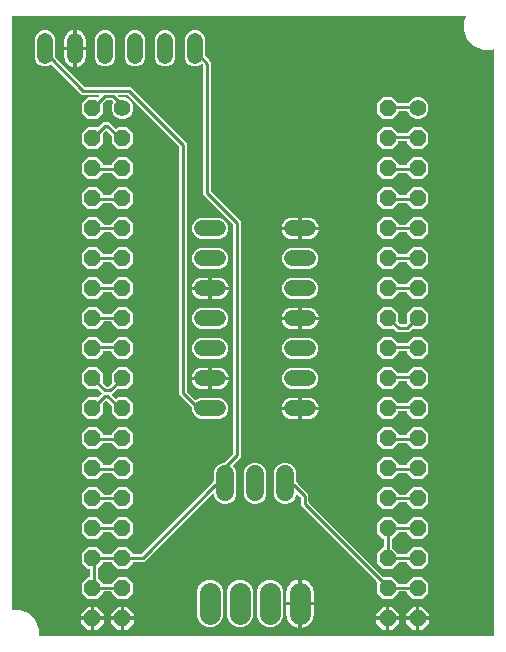
<source format=gbr>
G04 EAGLE Gerber RS-274X export*
G75*
%MOMM*%
%FSLAX34Y34*%
%LPD*%
%INTop Copper*%
%IPPOS*%
%AMOC8*
5,1,8,0,0,1.08239X$1,22.5*%
G01*
%ADD10C,1.422400*%
%ADD11P,1.539592X8X292.500000*%
%ADD12C,1.320800*%
%ADD13C,1.524000*%
%ADD14C,1.800000*%
%ADD15C,0.254000*%

G36*
X582698Y111764D02*
X582698Y111764D01*
X582717Y111762D01*
X582819Y111784D01*
X582921Y111800D01*
X582938Y111810D01*
X582958Y111814D01*
X583047Y111867D01*
X583138Y111916D01*
X583152Y111930D01*
X583169Y111940D01*
X583236Y112019D01*
X583308Y112094D01*
X583316Y112112D01*
X583329Y112127D01*
X583368Y112223D01*
X583411Y112317D01*
X583413Y112337D01*
X583421Y112355D01*
X583439Y112522D01*
X583439Y608004D01*
X583432Y608049D01*
X583434Y608095D01*
X583412Y608170D01*
X583400Y608247D01*
X583378Y608287D01*
X583365Y608332D01*
X583321Y608396D01*
X583284Y608464D01*
X583251Y608496D01*
X583225Y608534D01*
X583162Y608580D01*
X583106Y608634D01*
X583065Y608653D01*
X583028Y608680D01*
X582953Y608704D01*
X582883Y608737D01*
X582837Y608742D01*
X582794Y608756D01*
X582716Y608756D01*
X582639Y608764D01*
X582594Y608755D01*
X582548Y608754D01*
X582417Y608716D01*
X582398Y608712D01*
X582394Y608709D01*
X582387Y608707D01*
X581860Y608489D01*
X573840Y608489D01*
X566430Y611559D01*
X560759Y617230D01*
X557689Y624640D01*
X557689Y632660D01*
X559233Y636387D01*
X559243Y636431D01*
X559263Y636473D01*
X559271Y636550D01*
X559289Y636626D01*
X559285Y636672D01*
X559290Y636717D01*
X559273Y636794D01*
X559266Y636871D01*
X559247Y636913D01*
X559238Y636958D01*
X559198Y637025D01*
X559166Y637096D01*
X559135Y637130D01*
X559111Y637169D01*
X559052Y637220D01*
X559000Y637277D01*
X558959Y637299D01*
X558924Y637329D01*
X558852Y637358D01*
X558784Y637395D01*
X558739Y637404D01*
X558696Y637421D01*
X558560Y637436D01*
X558542Y637439D01*
X558537Y637438D01*
X558530Y637439D01*
X176022Y637439D01*
X176002Y637436D01*
X175983Y637438D01*
X175881Y637416D01*
X175779Y637400D01*
X175762Y637390D01*
X175742Y637386D01*
X175653Y637333D01*
X175562Y637284D01*
X175548Y637270D01*
X175531Y637260D01*
X175464Y637181D01*
X175392Y637106D01*
X175384Y637088D01*
X175371Y637073D01*
X175332Y636977D01*
X175289Y636883D01*
X175287Y636863D01*
X175279Y636845D01*
X175261Y636678D01*
X175261Y135222D01*
X175264Y135202D01*
X175262Y135183D01*
X175284Y135081D01*
X175300Y134979D01*
X175310Y134962D01*
X175314Y134942D01*
X175367Y134853D01*
X175416Y134762D01*
X175430Y134748D01*
X175440Y134731D01*
X175519Y134664D01*
X175594Y134592D01*
X175612Y134584D01*
X175627Y134571D01*
X175723Y134532D01*
X175817Y134489D01*
X175837Y134487D01*
X175855Y134479D01*
X176022Y134461D01*
X181810Y134461D01*
X189220Y131391D01*
X194891Y125720D01*
X197961Y118310D01*
X197961Y112522D01*
X197964Y112502D01*
X197962Y112483D01*
X197984Y112381D01*
X198000Y112279D01*
X198010Y112262D01*
X198014Y112242D01*
X198067Y112153D01*
X198116Y112062D01*
X198130Y112048D01*
X198140Y112031D01*
X198219Y111964D01*
X198294Y111892D01*
X198312Y111884D01*
X198327Y111871D01*
X198423Y111832D01*
X198517Y111789D01*
X198537Y111787D01*
X198555Y111779D01*
X198722Y111761D01*
X582678Y111761D01*
X582698Y111764D01*
G37*
%LPC*%
G36*
X239512Y143455D02*
X239512Y143455D01*
X234155Y148812D01*
X234155Y156388D01*
X239512Y161745D01*
X240538Y161745D01*
X240558Y161748D01*
X240577Y161746D01*
X240679Y161768D01*
X240781Y161784D01*
X240798Y161794D01*
X240818Y161798D01*
X240907Y161851D01*
X240998Y161900D01*
X241012Y161914D01*
X241029Y161924D01*
X241096Y162003D01*
X241168Y162078D01*
X241176Y162096D01*
X241189Y162111D01*
X241228Y162207D01*
X241271Y162301D01*
X241273Y162321D01*
X241281Y162339D01*
X241299Y162506D01*
X241299Y168094D01*
X241296Y168113D01*
X241298Y168133D01*
X241276Y168235D01*
X241260Y168337D01*
X241250Y168354D01*
X241246Y168374D01*
X241193Y168463D01*
X241144Y168554D01*
X241130Y168568D01*
X241120Y168585D01*
X241041Y168652D01*
X240966Y168724D01*
X240948Y168732D01*
X240933Y168745D01*
X240837Y168784D01*
X240743Y168827D01*
X240723Y168829D01*
X240705Y168837D01*
X240538Y168855D01*
X239512Y168855D01*
X234155Y174212D01*
X234155Y181788D01*
X239512Y187145D01*
X247088Y187145D01*
X252399Y181834D01*
X252473Y181781D01*
X252542Y181721D01*
X252572Y181709D01*
X252599Y181690D01*
X252686Y181663D01*
X252770Y181629D01*
X252811Y181625D01*
X252834Y181618D01*
X252866Y181619D01*
X252937Y181611D01*
X259063Y181611D01*
X259153Y181625D01*
X259244Y181633D01*
X259274Y181645D01*
X259306Y181650D01*
X259386Y181693D01*
X259470Y181729D01*
X259502Y181755D01*
X259523Y181766D01*
X259545Y181789D01*
X259601Y181834D01*
X264912Y187145D01*
X272488Y187145D01*
X277799Y181834D01*
X277873Y181781D01*
X277942Y181721D01*
X277972Y181709D01*
X277999Y181690D01*
X278086Y181663D01*
X278170Y181629D01*
X278211Y181625D01*
X278234Y181618D01*
X278266Y181619D01*
X278337Y181611D01*
X284067Y181611D01*
X284157Y181625D01*
X284248Y181633D01*
X284277Y181645D01*
X284309Y181650D01*
X284390Y181693D01*
X284474Y181729D01*
X284506Y181755D01*
X284527Y181766D01*
X284549Y181789D01*
X284605Y181834D01*
X343946Y241175D01*
X345724Y242953D01*
X345772Y243019D01*
X345781Y243029D01*
X345784Y243034D01*
X345837Y243096D01*
X345849Y243127D01*
X345868Y243153D01*
X345895Y243240D01*
X345929Y243325D01*
X345933Y243366D01*
X345940Y243388D01*
X345939Y243420D01*
X345947Y243491D01*
X345947Y250840D01*
X347417Y254388D01*
X350132Y257103D01*
X353680Y258573D01*
X354171Y258573D01*
X354261Y258587D01*
X354352Y258595D01*
X354381Y258607D01*
X354413Y258612D01*
X354494Y258655D01*
X354578Y258691D01*
X354610Y258717D01*
X354631Y258728D01*
X354653Y258751D01*
X354709Y258796D01*
X355471Y259558D01*
X362234Y266321D01*
X362287Y266395D01*
X362347Y266464D01*
X362359Y266495D01*
X362378Y266521D01*
X362405Y266608D01*
X362439Y266693D01*
X362443Y266734D01*
X362450Y266756D01*
X362449Y266788D01*
X362457Y266859D01*
X362457Y460089D01*
X362443Y460179D01*
X362435Y460270D01*
X362423Y460299D01*
X362418Y460331D01*
X362375Y460412D01*
X362339Y460496D01*
X362313Y460528D01*
X362302Y460549D01*
X362279Y460571D01*
X362234Y460627D01*
X337311Y485550D01*
X337311Y594963D01*
X337297Y595053D01*
X337289Y595144D01*
X337277Y595173D01*
X337272Y595205D01*
X337229Y595286D01*
X337193Y595370D01*
X337167Y595402D01*
X337156Y595423D01*
X337133Y595445D01*
X337088Y595501D01*
X336542Y596047D01*
X336526Y596059D01*
X336513Y596074D01*
X336426Y596130D01*
X336342Y596191D01*
X336323Y596197D01*
X336306Y596207D01*
X336206Y596233D01*
X336107Y596263D01*
X336087Y596263D01*
X336068Y596267D01*
X335965Y596259D01*
X335861Y596257D01*
X335843Y596250D01*
X335823Y596248D01*
X335728Y596208D01*
X335630Y596172D01*
X335615Y596160D01*
X335596Y596152D01*
X335465Y596047D01*
X335092Y595674D01*
X331918Y594359D01*
X328482Y594359D01*
X325308Y595674D01*
X322878Y598104D01*
X321563Y601278D01*
X321563Y617922D01*
X322878Y621096D01*
X325308Y623526D01*
X328482Y624841D01*
X331918Y624841D01*
X335092Y623526D01*
X337522Y621096D01*
X338837Y617922D01*
X338837Y603409D01*
X338851Y603319D01*
X338859Y603228D01*
X338871Y603199D01*
X338876Y603167D01*
X338919Y603086D01*
X338955Y603002D01*
X338981Y602970D01*
X338992Y602949D01*
X339015Y602927D01*
X339060Y602871D01*
X341759Y600172D01*
X343917Y598014D01*
X343917Y488601D01*
X343931Y488511D01*
X343939Y488420D01*
X343951Y488391D01*
X343956Y488359D01*
X343999Y488278D01*
X344035Y488194D01*
X344061Y488162D01*
X344072Y488141D01*
X344095Y488119D01*
X344114Y488095D01*
X344118Y488089D01*
X344122Y488085D01*
X344140Y488063D01*
X369063Y463140D01*
X369063Y263808D01*
X362251Y256996D01*
X362240Y256980D01*
X362224Y256968D01*
X362168Y256881D01*
X362108Y256797D01*
X362102Y256778D01*
X362091Y256761D01*
X362066Y256660D01*
X362035Y256562D01*
X362036Y256542D01*
X362031Y256522D01*
X362039Y256419D01*
X362042Y256316D01*
X362049Y256297D01*
X362050Y256277D01*
X362090Y256182D01*
X362126Y256085D01*
X362139Y256069D01*
X362146Y256051D01*
X362251Y255920D01*
X363783Y254388D01*
X365253Y250840D01*
X365253Y231760D01*
X363783Y228212D01*
X361068Y225497D01*
X357520Y224027D01*
X353680Y224027D01*
X350132Y225497D01*
X347417Y228212D01*
X345947Y231760D01*
X345947Y231997D01*
X345936Y232067D01*
X345934Y232139D01*
X345916Y232188D01*
X345908Y232239D01*
X345874Y232303D01*
X345849Y232370D01*
X345817Y232411D01*
X345792Y232457D01*
X345740Y232506D01*
X345696Y232562D01*
X345652Y232590D01*
X345614Y232626D01*
X345549Y232656D01*
X345489Y232695D01*
X345438Y232708D01*
X345391Y232730D01*
X345320Y232738D01*
X345250Y232755D01*
X345198Y232751D01*
X345147Y232757D01*
X345076Y232742D01*
X345005Y232736D01*
X344957Y232716D01*
X344906Y232705D01*
X344845Y232668D01*
X344779Y232640D01*
X344723Y232595D01*
X344695Y232578D01*
X344680Y232561D01*
X344648Y232535D01*
X287118Y175005D01*
X278606Y175005D01*
X278586Y175002D01*
X278567Y175004D01*
X278465Y174982D01*
X278363Y174966D01*
X278346Y174956D01*
X278326Y174952D01*
X278237Y174899D01*
X278146Y174850D01*
X278132Y174836D01*
X278115Y174826D01*
X278048Y174747D01*
X277976Y174672D01*
X277968Y174654D01*
X277955Y174639D01*
X277916Y174543D01*
X277873Y174449D01*
X277871Y174429D01*
X277863Y174411D01*
X277845Y174244D01*
X277845Y174212D01*
X272488Y168855D01*
X264912Y168855D01*
X259555Y174212D01*
X259555Y174244D01*
X259552Y174264D01*
X259554Y174283D01*
X259532Y174385D01*
X259516Y174487D01*
X259506Y174504D01*
X259502Y174524D01*
X259449Y174613D01*
X259400Y174704D01*
X259386Y174718D01*
X259376Y174735D01*
X259297Y174802D01*
X259222Y174874D01*
X259204Y174882D01*
X259189Y174895D01*
X259093Y174934D01*
X258999Y174977D01*
X258979Y174979D01*
X258961Y174987D01*
X258794Y175005D01*
X253206Y175005D01*
X253186Y175002D01*
X253167Y175004D01*
X253065Y174982D01*
X252963Y174966D01*
X252946Y174956D01*
X252926Y174952D01*
X252837Y174899D01*
X252746Y174850D01*
X252732Y174836D01*
X252715Y174826D01*
X252648Y174747D01*
X252576Y174672D01*
X252568Y174654D01*
X252555Y174639D01*
X252516Y174543D01*
X252473Y174449D01*
X252471Y174429D01*
X252463Y174411D01*
X252445Y174244D01*
X252445Y174212D01*
X248128Y169895D01*
X248075Y169821D01*
X248015Y169752D01*
X248003Y169722D01*
X247984Y169695D01*
X247957Y169608D01*
X247923Y169524D01*
X247919Y169483D01*
X247912Y169460D01*
X247913Y169428D01*
X247905Y169357D01*
X247905Y161243D01*
X247909Y161219D01*
X247907Y161202D01*
X247920Y161140D01*
X247927Y161062D01*
X247939Y161032D01*
X247944Y161000D01*
X247955Y160980D01*
X247959Y160962D01*
X247994Y160905D01*
X248023Y160836D01*
X248049Y160804D01*
X248060Y160783D01*
X248075Y160768D01*
X248085Y160751D01*
X248102Y160736D01*
X248128Y160705D01*
X252145Y156688D01*
X252219Y156635D01*
X252288Y156575D01*
X252318Y156563D01*
X252345Y156544D01*
X252432Y156517D01*
X252516Y156483D01*
X252557Y156479D01*
X252580Y156472D01*
X252612Y156473D01*
X252683Y156465D01*
X259317Y156465D01*
X259407Y156479D01*
X259498Y156487D01*
X259528Y156499D01*
X259560Y156504D01*
X259640Y156547D01*
X259724Y156583D01*
X259756Y156609D01*
X259777Y156620D01*
X259799Y156643D01*
X259855Y156688D01*
X264912Y161745D01*
X272488Y161745D01*
X277845Y156388D01*
X277845Y148812D01*
X272488Y143455D01*
X264912Y143455D01*
X259555Y148812D01*
X259555Y149098D01*
X259552Y149118D01*
X259554Y149137D01*
X259532Y149239D01*
X259516Y149341D01*
X259506Y149358D01*
X259502Y149378D01*
X259449Y149467D01*
X259400Y149558D01*
X259386Y149572D01*
X259376Y149589D01*
X259297Y149656D01*
X259222Y149728D01*
X259204Y149736D01*
X259189Y149749D01*
X259093Y149788D01*
X258999Y149831D01*
X258979Y149833D01*
X258961Y149841D01*
X258794Y149859D01*
X253206Y149859D01*
X253186Y149856D01*
X253167Y149858D01*
X253065Y149836D01*
X252963Y149820D01*
X252946Y149810D01*
X252926Y149806D01*
X252837Y149753D01*
X252746Y149704D01*
X252732Y149690D01*
X252715Y149680D01*
X252648Y149601D01*
X252576Y149526D01*
X252568Y149508D01*
X252555Y149493D01*
X252516Y149397D01*
X252473Y149303D01*
X252471Y149283D01*
X252463Y149265D01*
X252445Y149098D01*
X252445Y148812D01*
X247088Y143455D01*
X239512Y143455D01*
G37*
%LPD*%
%LPC*%
G36*
X334578Y296163D02*
X334578Y296163D01*
X331404Y297478D01*
X328974Y299908D01*
X327659Y303082D01*
X327659Y305149D01*
X327658Y305156D01*
X327658Y305158D01*
X327656Y305166D01*
X327645Y305239D01*
X327637Y305330D01*
X327625Y305359D01*
X327620Y305391D01*
X327577Y305472D01*
X327541Y305556D01*
X327515Y305588D01*
X327504Y305609D01*
X327481Y305631D01*
X327436Y305687D01*
X316737Y316386D01*
X316737Y526383D01*
X316723Y526473D01*
X316715Y526564D01*
X316703Y526593D01*
X316698Y526625D01*
X316655Y526706D01*
X316619Y526790D01*
X316593Y526822D01*
X316582Y526843D01*
X316559Y526865D01*
X316514Y526921D01*
X273175Y570260D01*
X273101Y570313D01*
X273032Y570373D01*
X273001Y570385D01*
X272975Y570404D01*
X272888Y570431D01*
X272803Y570465D01*
X272762Y570469D01*
X272740Y570476D01*
X272708Y570475D01*
X272637Y570483D01*
X265843Y570483D01*
X265773Y570472D01*
X265701Y570470D01*
X265652Y570452D01*
X265601Y570444D01*
X265537Y570410D01*
X265470Y570385D01*
X265429Y570353D01*
X265383Y570328D01*
X265334Y570277D01*
X265278Y570232D01*
X265250Y570188D01*
X265214Y570150D01*
X265184Y570085D01*
X265145Y570025D01*
X265132Y569974D01*
X265110Y569927D01*
X265102Y569856D01*
X265085Y569786D01*
X265089Y569734D01*
X265083Y569683D01*
X265098Y569612D01*
X265104Y569541D01*
X265124Y569493D01*
X265135Y569442D01*
X265172Y569381D01*
X265200Y569315D01*
X265245Y569259D01*
X265262Y569231D01*
X265279Y569216D01*
X265305Y569184D01*
X266142Y568347D01*
X266236Y568279D01*
X266331Y568209D01*
X266336Y568207D01*
X266341Y568204D01*
X266453Y568169D01*
X266565Y568133D01*
X266571Y568133D01*
X266576Y568131D01*
X266694Y568134D01*
X266810Y568135D01*
X266817Y568137D01*
X266822Y568138D01*
X266840Y568144D01*
X266843Y568145D01*
X270519Y568145D01*
X273880Y566753D01*
X276453Y564180D01*
X277845Y560819D01*
X277845Y557181D01*
X276453Y553820D01*
X273880Y551247D01*
X270519Y549855D01*
X266881Y549855D01*
X263520Y551247D01*
X260947Y553820D01*
X259555Y557181D01*
X259555Y560819D01*
X260759Y563724D01*
X260785Y563838D01*
X260814Y563951D01*
X260813Y563957D01*
X260815Y563964D01*
X260804Y564080D01*
X260795Y564196D01*
X260792Y564202D01*
X260792Y564208D01*
X260744Y564316D01*
X260698Y564423D01*
X260694Y564429D01*
X260692Y564433D01*
X260679Y564447D01*
X260594Y564554D01*
X259459Y565688D01*
X259385Y565741D01*
X259316Y565801D01*
X259285Y565813D01*
X259259Y565832D01*
X259172Y565859D01*
X259087Y565893D01*
X259046Y565897D01*
X259024Y565904D01*
X258992Y565903D01*
X258921Y565911D01*
X255429Y565911D01*
X255339Y565897D01*
X255248Y565889D01*
X255219Y565877D01*
X255187Y565872D01*
X255106Y565829D01*
X255022Y565793D01*
X254990Y565767D01*
X254969Y565756D01*
X254947Y565733D01*
X254891Y565688D01*
X252668Y563465D01*
X252615Y563391D01*
X252555Y563322D01*
X252543Y563291D01*
X252524Y563265D01*
X252497Y563178D01*
X252463Y563093D01*
X252459Y563052D01*
X252452Y563030D01*
X252453Y562998D01*
X252445Y562927D01*
X252445Y555212D01*
X247088Y549855D01*
X239512Y549855D01*
X234155Y555212D01*
X234155Y562788D01*
X239512Y568145D01*
X247118Y568145D01*
X247124Y568141D01*
X247208Y568080D01*
X247227Y568075D01*
X247244Y568064D01*
X247345Y568038D01*
X247443Y568008D01*
X247463Y568009D01*
X247483Y568004D01*
X247586Y568012D01*
X247689Y568014D01*
X247708Y568021D01*
X247728Y568023D01*
X247823Y568063D01*
X247920Y568099D01*
X247936Y568111D01*
X247954Y568119D01*
X248085Y568224D01*
X249045Y569184D01*
X249087Y569242D01*
X249136Y569294D01*
X249158Y569341D01*
X249189Y569383D01*
X249210Y569452D01*
X249240Y569517D01*
X249246Y569569D01*
X249261Y569619D01*
X249259Y569690D01*
X249267Y569761D01*
X249256Y569812D01*
X249255Y569864D01*
X249230Y569932D01*
X249215Y570002D01*
X249188Y570047D01*
X249170Y570095D01*
X249125Y570151D01*
X249088Y570213D01*
X249049Y570247D01*
X249016Y570287D01*
X248956Y570326D01*
X248902Y570373D01*
X248853Y570392D01*
X248809Y570420D01*
X248740Y570438D01*
X248673Y570465D01*
X248602Y570473D01*
X248571Y570481D01*
X248548Y570479D01*
X248507Y570483D01*
X234090Y570483D01*
X231932Y572641D01*
X209022Y595551D01*
X208929Y595618D01*
X208834Y595689D01*
X208828Y595691D01*
X208823Y595694D01*
X208712Y595728D01*
X208600Y595765D01*
X208594Y595765D01*
X208588Y595767D01*
X208471Y595764D01*
X208354Y595763D01*
X208347Y595760D01*
X208342Y595760D01*
X208324Y595754D01*
X208193Y595716D01*
X204918Y594359D01*
X201482Y594359D01*
X198308Y595674D01*
X195878Y598104D01*
X194563Y601278D01*
X194563Y617922D01*
X195878Y621096D01*
X198308Y623526D01*
X201482Y624841D01*
X204918Y624841D01*
X208092Y623526D01*
X210522Y621096D01*
X211837Y617922D01*
X211837Y602393D01*
X211851Y602303D01*
X211859Y602212D01*
X211871Y602183D01*
X211876Y602151D01*
X211919Y602070D01*
X211955Y601986D01*
X211981Y601954D01*
X211992Y601933D01*
X212015Y601911D01*
X212060Y601855D01*
X236603Y577312D01*
X236677Y577259D01*
X236746Y577199D01*
X236777Y577187D01*
X236803Y577168D01*
X236890Y577141D01*
X236975Y577107D01*
X237016Y577103D01*
X237038Y577096D01*
X237070Y577097D01*
X237141Y577089D01*
X275688Y577089D01*
X323343Y529434D01*
X323343Y319437D01*
X323357Y319347D01*
X323365Y319256D01*
X323377Y319227D01*
X323382Y319195D01*
X323425Y319114D01*
X323461Y319030D01*
X323487Y318998D01*
X323498Y318977D01*
X323521Y318955D01*
X323566Y318899D01*
X330335Y312130D01*
X330351Y312118D01*
X330364Y312103D01*
X330451Y312047D01*
X330535Y311986D01*
X330554Y311980D01*
X330571Y311970D01*
X330671Y311944D01*
X330770Y311914D01*
X330790Y311914D01*
X330809Y311910D01*
X330912Y311918D01*
X331016Y311920D01*
X331034Y311927D01*
X331054Y311929D01*
X331149Y311969D01*
X331247Y312005D01*
X331262Y312017D01*
X331281Y312025D01*
X331400Y312120D01*
X334578Y313437D01*
X351222Y313437D01*
X354396Y312122D01*
X356826Y309692D01*
X358141Y306518D01*
X358141Y303082D01*
X356826Y299908D01*
X354396Y297478D01*
X351222Y296163D01*
X334578Y296163D01*
G37*
%LPD*%
%LPC*%
G36*
X489512Y143455D02*
X489512Y143455D01*
X484155Y148812D01*
X484155Y156388D01*
X484479Y156712D01*
X484491Y156728D01*
X484506Y156740D01*
X484562Y156827D01*
X484623Y156911D01*
X484628Y156930D01*
X484639Y156947D01*
X484665Y157048D01*
X484695Y157146D01*
X484694Y157166D01*
X484699Y157186D01*
X484691Y157289D01*
X484689Y157392D01*
X484682Y157411D01*
X484680Y157431D01*
X484640Y157526D01*
X484604Y157623D01*
X484592Y157639D01*
X484584Y157657D01*
X484479Y157788D01*
X419607Y222660D01*
X419607Y229203D01*
X419593Y229293D01*
X419585Y229384D01*
X419573Y229413D01*
X419568Y229445D01*
X419525Y229526D01*
X419489Y229610D01*
X419463Y229642D01*
X419452Y229663D01*
X419429Y229685D01*
X419384Y229741D01*
X417243Y231882D01*
X417206Y231909D01*
X417174Y231943D01*
X417106Y231981D01*
X417043Y232026D01*
X416999Y232040D01*
X416959Y232062D01*
X416882Y232076D01*
X416808Y232098D01*
X416762Y232097D01*
X416717Y232105D01*
X416640Y232094D01*
X416562Y232092D01*
X416519Y232076D01*
X416474Y232070D01*
X416404Y232034D01*
X416331Y232008D01*
X416295Y231979D01*
X416254Y231958D01*
X416200Y231902D01*
X416139Y231854D01*
X416114Y231815D01*
X416082Y231782D01*
X416016Y231663D01*
X416006Y231647D01*
X416005Y231642D01*
X416001Y231636D01*
X414583Y228212D01*
X411868Y225497D01*
X408320Y224027D01*
X404480Y224027D01*
X400932Y225497D01*
X398217Y228212D01*
X396747Y231760D01*
X396747Y250840D01*
X398217Y254388D01*
X400932Y257103D01*
X404480Y258573D01*
X408320Y258573D01*
X411868Y257103D01*
X414583Y254388D01*
X416053Y250840D01*
X416053Y242729D01*
X416067Y242639D01*
X416075Y242548D01*
X416087Y242519D01*
X416092Y242487D01*
X416135Y242406D01*
X416171Y242322D01*
X416197Y242290D01*
X416208Y242269D01*
X416231Y242247D01*
X416276Y242191D01*
X417292Y241175D01*
X426213Y232254D01*
X426213Y225711D01*
X426227Y225621D01*
X426235Y225530D01*
X426247Y225501D01*
X426252Y225469D01*
X426295Y225388D01*
X426331Y225304D01*
X426357Y225272D01*
X426368Y225251D01*
X426391Y225229D01*
X426436Y225173D01*
X489641Y161968D01*
X489715Y161915D01*
X489784Y161855D01*
X489815Y161843D01*
X489841Y161824D01*
X489928Y161797D01*
X490013Y161763D01*
X490054Y161759D01*
X490076Y161752D01*
X490108Y161753D01*
X490179Y161745D01*
X497088Y161745D01*
X502145Y156688D01*
X502219Y156635D01*
X502288Y156575D01*
X502318Y156563D01*
X502345Y156544D01*
X502432Y156517D01*
X502516Y156483D01*
X502557Y156479D01*
X502580Y156472D01*
X502612Y156473D01*
X502683Y156465D01*
X509317Y156465D01*
X509407Y156479D01*
X509498Y156487D01*
X509528Y156499D01*
X509560Y156504D01*
X509640Y156547D01*
X509724Y156583D01*
X509756Y156609D01*
X509777Y156620D01*
X509799Y156643D01*
X509855Y156688D01*
X514912Y161745D01*
X522488Y161745D01*
X527845Y156388D01*
X527845Y148812D01*
X522488Y143455D01*
X514912Y143455D01*
X509555Y148812D01*
X509555Y149098D01*
X509552Y149118D01*
X509554Y149137D01*
X509532Y149239D01*
X509516Y149341D01*
X509506Y149358D01*
X509502Y149378D01*
X509449Y149467D01*
X509400Y149558D01*
X509386Y149572D01*
X509376Y149589D01*
X509297Y149656D01*
X509222Y149728D01*
X509204Y149736D01*
X509189Y149749D01*
X509093Y149788D01*
X508999Y149831D01*
X508979Y149833D01*
X508961Y149841D01*
X508794Y149859D01*
X503206Y149859D01*
X503186Y149856D01*
X503167Y149858D01*
X503065Y149836D01*
X502963Y149820D01*
X502946Y149810D01*
X502926Y149806D01*
X502837Y149753D01*
X502746Y149704D01*
X502732Y149690D01*
X502715Y149680D01*
X502648Y149601D01*
X502576Y149526D01*
X502568Y149508D01*
X502555Y149493D01*
X502516Y149397D01*
X502473Y149303D01*
X502471Y149283D01*
X502463Y149265D01*
X502445Y149098D01*
X502445Y148812D01*
X497088Y143455D01*
X489512Y143455D01*
G37*
%LPD*%
%LPC*%
G36*
X239512Y295855D02*
X239512Y295855D01*
X234155Y301212D01*
X234155Y308788D01*
X239512Y314145D01*
X247285Y314145D01*
X247316Y314135D01*
X247336Y314136D01*
X247356Y314131D01*
X247458Y314139D01*
X247562Y314141D01*
X247581Y314148D01*
X247601Y314150D01*
X247696Y314190D01*
X247793Y314226D01*
X247809Y314238D01*
X247827Y314246D01*
X247958Y314351D01*
X250823Y317216D01*
X250835Y317232D01*
X250850Y317244D01*
X250906Y317332D01*
X250966Y317415D01*
X250972Y317434D01*
X250983Y317451D01*
X251008Y317552D01*
X251039Y317651D01*
X251038Y317670D01*
X251043Y317690D01*
X251035Y317793D01*
X251032Y317896D01*
X251026Y317915D01*
X251024Y317935D01*
X250984Y318030D01*
X250948Y318127D01*
X250936Y318143D01*
X250928Y318161D01*
X250823Y318292D01*
X250220Y318895D01*
X248012Y321103D01*
X247996Y321115D01*
X247984Y321130D01*
X247896Y321186D01*
X247812Y321247D01*
X247793Y321252D01*
X247777Y321263D01*
X247676Y321289D01*
X247577Y321319D01*
X247557Y321318D01*
X247538Y321323D01*
X247435Y321315D01*
X247332Y321313D01*
X247313Y321306D01*
X247293Y321304D01*
X247198Y321264D01*
X247175Y321255D01*
X239512Y321255D01*
X234155Y326612D01*
X234155Y334188D01*
X239512Y339545D01*
X247088Y339545D01*
X252445Y334188D01*
X252445Y326327D01*
X252459Y326237D01*
X252467Y326146D01*
X252479Y326117D01*
X252484Y326085D01*
X252527Y326004D01*
X252563Y325920D01*
X252589Y325888D01*
X252600Y325867D01*
X252623Y325845D01*
X252668Y325789D01*
X254891Y323566D01*
X254965Y323513D01*
X255034Y323453D01*
X255065Y323441D01*
X255091Y323422D01*
X255178Y323395D01*
X255263Y323361D01*
X255304Y323357D01*
X255326Y323350D01*
X255358Y323351D01*
X255429Y323343D01*
X256635Y323343D01*
X256725Y323357D01*
X256816Y323365D01*
X256845Y323377D01*
X256877Y323382D01*
X256958Y323425D01*
X257042Y323461D01*
X257074Y323487D01*
X257095Y323498D01*
X257117Y323521D01*
X257173Y323566D01*
X259349Y325742D01*
X259361Y325758D01*
X259376Y325770D01*
X259432Y325858D01*
X259493Y325942D01*
X259498Y325961D01*
X259509Y325977D01*
X259535Y326078D01*
X259565Y326177D01*
X259564Y326197D01*
X259569Y326216D01*
X259561Y326319D01*
X259559Y326422D01*
X259555Y326432D01*
X259555Y334188D01*
X264912Y339545D01*
X272488Y339545D01*
X277845Y334188D01*
X277845Y326612D01*
X272488Y321255D01*
X264765Y321255D01*
X264760Y321257D01*
X264662Y321287D01*
X264642Y321286D01*
X264622Y321291D01*
X264519Y321283D01*
X264416Y321281D01*
X264397Y321274D01*
X264377Y321272D01*
X264282Y321232D01*
X264185Y321196D01*
X264169Y321184D01*
X264151Y321176D01*
X264020Y321071D01*
X260098Y317149D01*
X260086Y317133D01*
X260071Y317121D01*
X260015Y317034D01*
X259954Y316950D01*
X259949Y316930D01*
X259938Y316914D01*
X259913Y316813D01*
X259882Y316714D01*
X259883Y316695D01*
X259878Y316675D01*
X259886Y316572D01*
X259889Y316469D01*
X259895Y316450D01*
X259897Y316430D01*
X259937Y316335D01*
X259973Y316238D01*
X259985Y316222D01*
X259993Y316204D01*
X260098Y316073D01*
X262931Y313240D01*
X262947Y313228D01*
X262959Y313213D01*
X263047Y313157D01*
X263131Y313096D01*
X263149Y313091D01*
X263166Y313080D01*
X263267Y313054D01*
X263366Y313024D01*
X263386Y313025D01*
X263405Y313020D01*
X263508Y313028D01*
X263612Y313030D01*
X263630Y313037D01*
X263650Y313039D01*
X263745Y313079D01*
X263843Y313115D01*
X263858Y313127D01*
X263876Y313135D01*
X264007Y313240D01*
X264912Y314145D01*
X272488Y314145D01*
X277845Y308788D01*
X277845Y301212D01*
X272488Y295855D01*
X264912Y295855D01*
X259555Y301212D01*
X259555Y306959D01*
X259541Y307049D01*
X259533Y307140D01*
X259521Y307169D01*
X259516Y307201D01*
X259473Y307282D01*
X259437Y307366D01*
X259411Y307398D01*
X259400Y307419D01*
X259377Y307441D01*
X259332Y307497D01*
X255427Y311402D01*
X255411Y311414D01*
X255399Y311429D01*
X255311Y311485D01*
X255228Y311545D01*
X255209Y311551D01*
X255192Y311562D01*
X255091Y311587D01*
X254992Y311618D01*
X254973Y311617D01*
X254953Y311622D01*
X254850Y311614D01*
X254747Y311611D01*
X254728Y311605D01*
X254708Y311603D01*
X254613Y311563D01*
X254516Y311527D01*
X254500Y311515D01*
X254482Y311507D01*
X254351Y311402D01*
X252629Y309680D01*
X252617Y309664D01*
X252602Y309651D01*
X252545Y309564D01*
X252485Y309480D01*
X252480Y309461D01*
X252469Y309444D01*
X252443Y309344D01*
X252413Y309245D01*
X252414Y309225D01*
X252409Y309206D01*
X252417Y309103D01*
X252419Y308999D01*
X252426Y308981D01*
X252428Y308961D01*
X252445Y308921D01*
X252445Y301212D01*
X247088Y295855D01*
X239512Y295855D01*
G37*
%LPD*%
%LPC*%
G36*
X489512Y168855D02*
X489512Y168855D01*
X484155Y174212D01*
X484155Y181788D01*
X489512Y187145D01*
X489712Y187145D01*
X489732Y187148D01*
X489751Y187146D01*
X489853Y187168D01*
X489955Y187184D01*
X489972Y187194D01*
X489992Y187198D01*
X490081Y187251D01*
X490172Y187300D01*
X490186Y187314D01*
X490203Y187324D01*
X490270Y187403D01*
X490342Y187478D01*
X490350Y187496D01*
X490363Y187511D01*
X490402Y187607D01*
X490445Y187701D01*
X490447Y187721D01*
X490455Y187739D01*
X490473Y187906D01*
X490473Y193494D01*
X490470Y193514D01*
X490472Y193533D01*
X490450Y193635D01*
X490434Y193737D01*
X490424Y193754D01*
X490420Y193774D01*
X490367Y193863D01*
X490318Y193954D01*
X490304Y193968D01*
X490294Y193985D01*
X490215Y194052D01*
X490140Y194124D01*
X490122Y194132D01*
X490107Y194145D01*
X490011Y194184D01*
X489917Y194227D01*
X489897Y194229D01*
X489879Y194237D01*
X489712Y194255D01*
X489512Y194255D01*
X484155Y199612D01*
X484155Y207188D01*
X489512Y212545D01*
X497088Y212545D01*
X502653Y206980D01*
X502727Y206927D01*
X502796Y206867D01*
X502826Y206855D01*
X502853Y206836D01*
X502940Y206809D01*
X503024Y206775D01*
X503065Y206771D01*
X503088Y206764D01*
X503120Y206765D01*
X503191Y206757D01*
X508809Y206757D01*
X508899Y206771D01*
X508990Y206779D01*
X509020Y206791D01*
X509052Y206796D01*
X509132Y206839D01*
X509216Y206875D01*
X509248Y206901D01*
X509269Y206912D01*
X509291Y206935D01*
X509347Y206980D01*
X514912Y212545D01*
X522488Y212545D01*
X527845Y207188D01*
X527845Y199612D01*
X522488Y194255D01*
X514912Y194255D01*
X509503Y199664D01*
X509502Y199670D01*
X509449Y199759D01*
X509400Y199850D01*
X509386Y199864D01*
X509376Y199881D01*
X509297Y199948D01*
X509222Y200020D01*
X509204Y200028D01*
X509189Y200041D01*
X509093Y200080D01*
X508999Y200123D01*
X508979Y200125D01*
X508961Y200133D01*
X508794Y200151D01*
X503206Y200151D01*
X503186Y200148D01*
X503167Y200150D01*
X503065Y200128D01*
X502963Y200112D01*
X502946Y200102D01*
X502926Y200098D01*
X502837Y200045D01*
X502746Y199996D01*
X502732Y199982D01*
X502715Y199972D01*
X502648Y199893D01*
X502576Y199818D01*
X502568Y199800D01*
X502555Y199785D01*
X502516Y199689D01*
X502512Y199680D01*
X497302Y194469D01*
X497249Y194395D01*
X497189Y194326D01*
X497177Y194296D01*
X497158Y194269D01*
X497131Y194182D01*
X497097Y194098D01*
X497093Y194057D01*
X497086Y194034D01*
X497087Y194002D01*
X497079Y193931D01*
X497079Y187469D01*
X497093Y187379D01*
X497101Y187288D01*
X497113Y187258D01*
X497118Y187226D01*
X497161Y187146D01*
X497197Y187062D01*
X497223Y187030D01*
X497234Y187009D01*
X497257Y186987D01*
X497302Y186931D01*
X502399Y181834D01*
X502473Y181781D01*
X502542Y181721D01*
X502572Y181709D01*
X502599Y181690D01*
X502686Y181663D01*
X502770Y181629D01*
X502811Y181625D01*
X502834Y181618D01*
X502866Y181619D01*
X502937Y181611D01*
X509063Y181611D01*
X509153Y181625D01*
X509244Y181633D01*
X509274Y181645D01*
X509306Y181650D01*
X509386Y181693D01*
X509470Y181729D01*
X509502Y181755D01*
X509523Y181766D01*
X509545Y181789D01*
X509601Y181834D01*
X514912Y187145D01*
X522488Y187145D01*
X527845Y181788D01*
X527845Y174212D01*
X522488Y168855D01*
X514912Y168855D01*
X509555Y174212D01*
X509555Y174244D01*
X509552Y174264D01*
X509554Y174283D01*
X509532Y174385D01*
X509516Y174487D01*
X509506Y174504D01*
X509502Y174524D01*
X509449Y174613D01*
X509400Y174704D01*
X509386Y174718D01*
X509376Y174735D01*
X509297Y174802D01*
X509222Y174874D01*
X509204Y174882D01*
X509189Y174895D01*
X509093Y174934D01*
X508999Y174977D01*
X508979Y174979D01*
X508961Y174987D01*
X508794Y175005D01*
X503206Y175005D01*
X503186Y175002D01*
X503167Y175004D01*
X503065Y174982D01*
X502963Y174966D01*
X502946Y174956D01*
X502926Y174952D01*
X502837Y174899D01*
X502746Y174850D01*
X502732Y174836D01*
X502715Y174826D01*
X502648Y174747D01*
X502576Y174672D01*
X502568Y174654D01*
X502555Y174639D01*
X502516Y174543D01*
X502473Y174449D01*
X502471Y174429D01*
X502463Y174411D01*
X502445Y174244D01*
X502445Y174212D01*
X497088Y168855D01*
X489512Y168855D01*
G37*
%LPD*%
%LPC*%
G36*
X391505Y119667D02*
X391505Y119667D01*
X387450Y121347D01*
X384347Y124450D01*
X382667Y128505D01*
X382667Y150895D01*
X384347Y154950D01*
X387450Y158053D01*
X391505Y159733D01*
X395895Y159733D01*
X399950Y158053D01*
X403053Y154950D01*
X404733Y150895D01*
X404733Y128505D01*
X403053Y124450D01*
X399950Y121347D01*
X395895Y119667D01*
X391505Y119667D01*
G37*
%LPD*%
%LPC*%
G36*
X340705Y119667D02*
X340705Y119667D01*
X336650Y121347D01*
X333547Y124450D01*
X331867Y128505D01*
X331867Y150895D01*
X333547Y154950D01*
X336650Y158053D01*
X340705Y159733D01*
X345095Y159733D01*
X349150Y158053D01*
X352253Y154950D01*
X353933Y150895D01*
X353933Y128505D01*
X352253Y124450D01*
X349150Y121347D01*
X345095Y119667D01*
X340705Y119667D01*
G37*
%LPD*%
%LPC*%
G36*
X366105Y119667D02*
X366105Y119667D01*
X362050Y121347D01*
X358947Y124450D01*
X357267Y128505D01*
X357267Y150895D01*
X358947Y154950D01*
X362050Y158053D01*
X366105Y159733D01*
X370495Y159733D01*
X374550Y158053D01*
X377653Y154950D01*
X379333Y150895D01*
X379333Y128505D01*
X377653Y124450D01*
X374550Y121347D01*
X370495Y119667D01*
X366105Y119667D01*
G37*
%LPD*%
%LPC*%
G36*
X239512Y524455D02*
X239512Y524455D01*
X234155Y529812D01*
X234155Y537388D01*
X239512Y542745D01*
X247285Y542745D01*
X247316Y542735D01*
X247336Y542736D01*
X247356Y542731D01*
X247458Y542739D01*
X247562Y542741D01*
X247581Y542748D01*
X247601Y542750D01*
X247696Y542790D01*
X247793Y542826D01*
X247809Y542838D01*
X247827Y542846D01*
X247958Y542951D01*
X252378Y547371D01*
X257400Y547371D01*
X262931Y541840D01*
X262947Y541828D01*
X262959Y541813D01*
X263047Y541757D01*
X263131Y541696D01*
X263150Y541691D01*
X263166Y541680D01*
X263267Y541654D01*
X263366Y541624D01*
X263386Y541625D01*
X263405Y541620D01*
X263508Y541628D01*
X263612Y541630D01*
X263630Y541637D01*
X263650Y541639D01*
X263745Y541679D01*
X263843Y541715D01*
X263858Y541727D01*
X263876Y541735D01*
X264007Y541840D01*
X264912Y542745D01*
X272488Y542745D01*
X277845Y537388D01*
X277845Y529812D01*
X272488Y524455D01*
X264912Y524455D01*
X259555Y529812D01*
X259555Y535559D01*
X259541Y535649D01*
X259533Y535740D01*
X259521Y535769D01*
X259516Y535801D01*
X259473Y535882D01*
X259437Y535966D01*
X259411Y535998D01*
X259400Y536019D01*
X259377Y536041D01*
X259332Y536097D01*
X255427Y540002D01*
X255411Y540014D01*
X255399Y540029D01*
X255311Y540085D01*
X255228Y540145D01*
X255209Y540151D01*
X255192Y540162D01*
X255091Y540187D01*
X254992Y540218D01*
X254973Y540217D01*
X254953Y540222D01*
X254850Y540214D01*
X254747Y540211D01*
X254728Y540205D01*
X254708Y540203D01*
X254613Y540163D01*
X254516Y540127D01*
X254500Y540115D01*
X254482Y540107D01*
X254351Y540002D01*
X252629Y538280D01*
X252617Y538264D01*
X252602Y538251D01*
X252546Y538164D01*
X252485Y538080D01*
X252479Y538061D01*
X252469Y538044D01*
X252443Y537944D01*
X252413Y537845D01*
X252414Y537825D01*
X252409Y537806D01*
X252417Y537703D01*
X252419Y537599D01*
X252426Y537581D01*
X252428Y537561D01*
X252445Y537521D01*
X252445Y529812D01*
X247088Y524455D01*
X239512Y524455D01*
G37*
%LPD*%
%LPC*%
G36*
X501552Y369315D02*
X501552Y369315D01*
X498488Y372379D01*
X498472Y372391D01*
X498460Y372406D01*
X498372Y372462D01*
X498288Y372523D01*
X498269Y372528D01*
X498253Y372539D01*
X498152Y372565D01*
X498053Y372595D01*
X498033Y372594D01*
X498014Y372599D01*
X497911Y372591D01*
X497808Y372589D01*
X497789Y372582D01*
X497769Y372580D01*
X497674Y372540D01*
X497576Y372504D01*
X497561Y372492D01*
X497543Y372484D01*
X497412Y372379D01*
X497088Y372055D01*
X489512Y372055D01*
X484155Y377412D01*
X484155Y384988D01*
X489512Y390345D01*
X497088Y390345D01*
X502445Y384988D01*
X502445Y378079D01*
X502459Y377989D01*
X502467Y377898D01*
X502479Y377869D01*
X502484Y377837D01*
X502527Y377756D01*
X502563Y377672D01*
X502589Y377640D01*
X502600Y377619D01*
X502623Y377597D01*
X502668Y377541D01*
X504065Y376144D01*
X504139Y376091D01*
X504208Y376031D01*
X504239Y376019D01*
X504265Y376000D01*
X504352Y375973D01*
X504437Y375939D01*
X504478Y375935D01*
X504500Y375928D01*
X504532Y375929D01*
X504603Y375921D01*
X508095Y375921D01*
X508185Y375935D01*
X508276Y375943D01*
X508305Y375955D01*
X508337Y375960D01*
X508418Y376003D01*
X508502Y376039D01*
X508534Y376065D01*
X508555Y376076D01*
X508577Y376099D01*
X508633Y376144D01*
X509332Y376843D01*
X509386Y376917D01*
X509445Y376986D01*
X509457Y377017D01*
X509476Y377043D01*
X509503Y377130D01*
X509537Y377215D01*
X509541Y377256D01*
X509548Y377278D01*
X509547Y377310D01*
X509555Y377381D01*
X509555Y384988D01*
X514912Y390345D01*
X522488Y390345D01*
X527845Y384988D01*
X527845Y377412D01*
X522488Y372055D01*
X514910Y372055D01*
X514909Y372057D01*
X514822Y372113D01*
X514738Y372174D01*
X514719Y372179D01*
X514702Y372190D01*
X514601Y372216D01*
X514503Y372246D01*
X514483Y372245D01*
X514463Y372250D01*
X514360Y372242D01*
X514257Y372240D01*
X514238Y372233D01*
X514218Y372231D01*
X514123Y372191D01*
X514026Y372155D01*
X514010Y372143D01*
X513992Y372135D01*
X513861Y372030D01*
X513304Y371473D01*
X511146Y369315D01*
X501552Y369315D01*
G37*
%LPD*%
%LPC*%
G36*
X489512Y295855D02*
X489512Y295855D01*
X484155Y301212D01*
X484155Y308788D01*
X489512Y314145D01*
X497088Y314145D01*
X501383Y309850D01*
X501457Y309797D01*
X501526Y309737D01*
X501556Y309725D01*
X501583Y309706D01*
X501670Y309679D01*
X501754Y309645D01*
X501795Y309641D01*
X501818Y309634D01*
X501850Y309635D01*
X501921Y309627D01*
X510079Y309627D01*
X510169Y309641D01*
X510260Y309649D01*
X510290Y309661D01*
X510322Y309666D01*
X510402Y309709D01*
X510486Y309745D01*
X510518Y309771D01*
X510539Y309782D01*
X510561Y309805D01*
X510617Y309850D01*
X514912Y314145D01*
X522488Y314145D01*
X527845Y308788D01*
X527845Y301212D01*
X522488Y295855D01*
X514912Y295855D01*
X509555Y301212D01*
X509555Y302260D01*
X509552Y302280D01*
X509554Y302299D01*
X509532Y302401D01*
X509516Y302503D01*
X509506Y302520D01*
X509502Y302540D01*
X509449Y302629D01*
X509400Y302720D01*
X509386Y302734D01*
X509376Y302751D01*
X509297Y302818D01*
X509222Y302890D01*
X509204Y302898D01*
X509189Y302911D01*
X509093Y302950D01*
X508999Y302993D01*
X508979Y302995D01*
X508961Y303003D01*
X508794Y303021D01*
X503206Y303021D01*
X503186Y303018D01*
X503167Y303020D01*
X503065Y302998D01*
X502963Y302982D01*
X502946Y302972D01*
X502926Y302968D01*
X502837Y302915D01*
X502746Y302866D01*
X502732Y302852D01*
X502715Y302842D01*
X502648Y302763D01*
X502576Y302688D01*
X502568Y302670D01*
X502555Y302655D01*
X502516Y302559D01*
X502473Y302465D01*
X502471Y302445D01*
X502463Y302427D01*
X502445Y302260D01*
X502445Y301212D01*
X497088Y295855D01*
X489512Y295855D01*
G37*
%LPD*%
%LPC*%
G36*
X489512Y524455D02*
X489512Y524455D01*
X484155Y529812D01*
X484155Y537388D01*
X489512Y542745D01*
X497088Y542745D01*
X501383Y538450D01*
X501457Y538397D01*
X501526Y538337D01*
X501556Y538325D01*
X501583Y538306D01*
X501670Y538279D01*
X501754Y538245D01*
X501795Y538241D01*
X501818Y538234D01*
X501850Y538235D01*
X501921Y538227D01*
X510079Y538227D01*
X510169Y538241D01*
X510260Y538249D01*
X510290Y538261D01*
X510322Y538266D01*
X510402Y538309D01*
X510486Y538345D01*
X510518Y538371D01*
X510539Y538382D01*
X510561Y538405D01*
X510617Y538450D01*
X514912Y542745D01*
X522488Y542745D01*
X527845Y537388D01*
X527845Y529812D01*
X522488Y524455D01*
X514912Y524455D01*
X509555Y529812D01*
X509555Y530860D01*
X509552Y530880D01*
X509554Y530899D01*
X509532Y531001D01*
X509516Y531103D01*
X509506Y531120D01*
X509502Y531140D01*
X509449Y531229D01*
X509400Y531320D01*
X509386Y531334D01*
X509376Y531351D01*
X509297Y531418D01*
X509222Y531490D01*
X509204Y531498D01*
X509189Y531511D01*
X509093Y531550D01*
X508999Y531593D01*
X508979Y531595D01*
X508961Y531603D01*
X508794Y531621D01*
X503206Y531621D01*
X503186Y531618D01*
X503167Y531620D01*
X503065Y531598D01*
X502963Y531582D01*
X502946Y531572D01*
X502926Y531568D01*
X502837Y531515D01*
X502746Y531466D01*
X502732Y531452D01*
X502715Y531442D01*
X502648Y531363D01*
X502576Y531288D01*
X502568Y531270D01*
X502555Y531255D01*
X502516Y531159D01*
X502473Y531065D01*
X502471Y531045D01*
X502463Y531027D01*
X502445Y530860D01*
X502445Y529812D01*
X497088Y524455D01*
X489512Y524455D01*
G37*
%LPD*%
%LPC*%
G36*
X489512Y321255D02*
X489512Y321255D01*
X484155Y326612D01*
X484155Y334188D01*
X489512Y339545D01*
X497088Y339545D01*
X501637Y334996D01*
X501711Y334943D01*
X501780Y334883D01*
X501810Y334871D01*
X501837Y334852D01*
X501924Y334825D01*
X502008Y334791D01*
X502049Y334787D01*
X502072Y334780D01*
X502104Y334781D01*
X502175Y334773D01*
X509825Y334773D01*
X509915Y334787D01*
X510006Y334795D01*
X510036Y334807D01*
X510068Y334812D01*
X510148Y334855D01*
X510232Y334891D01*
X510264Y334917D01*
X510285Y334928D01*
X510307Y334951D01*
X510363Y334996D01*
X514912Y339545D01*
X522488Y339545D01*
X527845Y334188D01*
X527845Y326612D01*
X522488Y321255D01*
X514912Y321255D01*
X509555Y326612D01*
X509555Y327406D01*
X509552Y327426D01*
X509554Y327445D01*
X509532Y327547D01*
X509516Y327649D01*
X509506Y327666D01*
X509502Y327686D01*
X509449Y327775D01*
X509400Y327866D01*
X509386Y327880D01*
X509376Y327897D01*
X509297Y327964D01*
X509222Y328036D01*
X509204Y328044D01*
X509189Y328057D01*
X509093Y328096D01*
X508999Y328139D01*
X508979Y328141D01*
X508961Y328149D01*
X508794Y328167D01*
X503206Y328167D01*
X503186Y328164D01*
X503167Y328166D01*
X503065Y328144D01*
X502963Y328128D01*
X502946Y328118D01*
X502926Y328114D01*
X502837Y328061D01*
X502746Y328012D01*
X502732Y327998D01*
X502715Y327988D01*
X502648Y327909D01*
X502576Y327834D01*
X502568Y327816D01*
X502555Y327801D01*
X502516Y327705D01*
X502473Y327611D01*
X502471Y327591D01*
X502463Y327573D01*
X502445Y327406D01*
X502445Y326612D01*
X497088Y321255D01*
X489512Y321255D01*
G37*
%LPD*%
%LPC*%
G36*
X239512Y194255D02*
X239512Y194255D01*
X234155Y199612D01*
X234155Y207188D01*
X239512Y212545D01*
X247088Y212545D01*
X252653Y206980D01*
X252727Y206927D01*
X252796Y206867D01*
X252826Y206855D01*
X252853Y206836D01*
X252940Y206809D01*
X253024Y206775D01*
X253065Y206771D01*
X253088Y206764D01*
X253120Y206765D01*
X253191Y206757D01*
X258809Y206757D01*
X258899Y206771D01*
X258990Y206779D01*
X259020Y206791D01*
X259052Y206796D01*
X259132Y206839D01*
X259216Y206875D01*
X259248Y206901D01*
X259269Y206912D01*
X259291Y206935D01*
X259347Y206980D01*
X264912Y212545D01*
X272488Y212545D01*
X277845Y207188D01*
X277845Y199612D01*
X272488Y194255D01*
X264912Y194255D01*
X259503Y199664D01*
X259502Y199670D01*
X259449Y199759D01*
X259400Y199850D01*
X259386Y199864D01*
X259376Y199881D01*
X259297Y199948D01*
X259222Y200020D01*
X259204Y200028D01*
X259189Y200041D01*
X259093Y200080D01*
X258999Y200123D01*
X258979Y200125D01*
X258961Y200133D01*
X258794Y200151D01*
X253206Y200151D01*
X253186Y200148D01*
X253167Y200150D01*
X253065Y200128D01*
X252963Y200112D01*
X252946Y200102D01*
X252926Y200098D01*
X252837Y200045D01*
X252746Y199996D01*
X252732Y199982D01*
X252715Y199972D01*
X252648Y199893D01*
X252576Y199818D01*
X252568Y199800D01*
X252555Y199785D01*
X252516Y199689D01*
X252512Y199680D01*
X247088Y194255D01*
X239512Y194255D01*
G37*
%LPD*%
%LPC*%
G36*
X239512Y422855D02*
X239512Y422855D01*
X234155Y428212D01*
X234155Y435788D01*
X239512Y441145D01*
X247088Y441145D01*
X252653Y435580D01*
X252727Y435527D01*
X252796Y435467D01*
X252826Y435455D01*
X252853Y435436D01*
X252940Y435409D01*
X253024Y435375D01*
X253065Y435371D01*
X253088Y435364D01*
X253120Y435365D01*
X253191Y435357D01*
X258809Y435357D01*
X258899Y435371D01*
X258990Y435379D01*
X259020Y435391D01*
X259052Y435396D01*
X259132Y435439D01*
X259216Y435475D01*
X259248Y435501D01*
X259269Y435512D01*
X259291Y435535D01*
X259347Y435580D01*
X264912Y441145D01*
X272488Y441145D01*
X277845Y435788D01*
X277845Y428212D01*
X272488Y422855D01*
X264912Y422855D01*
X259503Y428264D01*
X259502Y428270D01*
X259449Y428359D01*
X259400Y428450D01*
X259386Y428464D01*
X259376Y428481D01*
X259297Y428548D01*
X259222Y428620D01*
X259204Y428628D01*
X259189Y428641D01*
X259093Y428680D01*
X258999Y428723D01*
X258979Y428725D01*
X258961Y428733D01*
X258794Y428751D01*
X253206Y428751D01*
X253186Y428748D01*
X253167Y428750D01*
X253065Y428728D01*
X252963Y428712D01*
X252946Y428702D01*
X252926Y428698D01*
X252837Y428645D01*
X252746Y428596D01*
X252732Y428582D01*
X252715Y428572D01*
X252648Y428493D01*
X252576Y428418D01*
X252568Y428400D01*
X252555Y428385D01*
X252516Y428289D01*
X252512Y428280D01*
X247088Y422855D01*
X239512Y422855D01*
G37*
%LPD*%
%LPC*%
G36*
X489512Y422855D02*
X489512Y422855D01*
X484155Y428212D01*
X484155Y435788D01*
X489512Y441145D01*
X497088Y441145D01*
X502653Y435580D01*
X502727Y435527D01*
X502796Y435467D01*
X502826Y435455D01*
X502853Y435436D01*
X502940Y435409D01*
X503024Y435375D01*
X503065Y435371D01*
X503088Y435364D01*
X503120Y435365D01*
X503191Y435357D01*
X508809Y435357D01*
X508899Y435371D01*
X508990Y435379D01*
X509020Y435391D01*
X509052Y435396D01*
X509132Y435439D01*
X509216Y435475D01*
X509248Y435501D01*
X509269Y435512D01*
X509291Y435535D01*
X509347Y435580D01*
X514912Y441145D01*
X522488Y441145D01*
X527845Y435788D01*
X527845Y428212D01*
X522488Y422855D01*
X514912Y422855D01*
X509503Y428264D01*
X509502Y428270D01*
X509449Y428359D01*
X509400Y428450D01*
X509386Y428464D01*
X509376Y428481D01*
X509297Y428548D01*
X509222Y428620D01*
X509204Y428628D01*
X509189Y428641D01*
X509093Y428680D01*
X508999Y428723D01*
X508979Y428725D01*
X508961Y428733D01*
X508794Y428751D01*
X503206Y428751D01*
X503186Y428748D01*
X503167Y428750D01*
X503065Y428728D01*
X502963Y428712D01*
X502946Y428702D01*
X502926Y428698D01*
X502837Y428645D01*
X502746Y428596D01*
X502732Y428582D01*
X502715Y428572D01*
X502648Y428493D01*
X502576Y428418D01*
X502568Y428400D01*
X502555Y428385D01*
X502516Y428289D01*
X502512Y428280D01*
X497088Y422855D01*
X489512Y422855D01*
G37*
%LPD*%
%LPC*%
G36*
X239512Y346655D02*
X239512Y346655D01*
X234155Y352012D01*
X234155Y359588D01*
X239512Y364945D01*
X247088Y364945D01*
X251891Y360142D01*
X251965Y360089D01*
X252034Y360029D01*
X252064Y360017D01*
X252091Y359998D01*
X252178Y359971D01*
X252262Y359937D01*
X252303Y359933D01*
X252326Y359926D01*
X252358Y359927D01*
X252429Y359919D01*
X259571Y359919D01*
X259661Y359933D01*
X259752Y359941D01*
X259782Y359953D01*
X259814Y359958D01*
X259894Y360001D01*
X259978Y360037D01*
X260010Y360063D01*
X260031Y360074D01*
X260039Y360083D01*
X260040Y360083D01*
X260055Y360099D01*
X260109Y360142D01*
X264912Y364945D01*
X272488Y364945D01*
X277845Y359588D01*
X277845Y352012D01*
X272488Y346655D01*
X264912Y346655D01*
X259555Y352012D01*
X259555Y352552D01*
X259552Y352572D01*
X259554Y352591D01*
X259532Y352693D01*
X259516Y352795D01*
X259506Y352812D01*
X259502Y352832D01*
X259449Y352921D01*
X259400Y353012D01*
X259386Y353026D01*
X259376Y353043D01*
X259297Y353110D01*
X259222Y353182D01*
X259204Y353190D01*
X259189Y353203D01*
X259093Y353242D01*
X258999Y353285D01*
X258979Y353287D01*
X258961Y353295D01*
X258794Y353313D01*
X253206Y353313D01*
X253186Y353310D01*
X253167Y353312D01*
X253065Y353290D01*
X252963Y353274D01*
X252946Y353264D01*
X252926Y353260D01*
X252837Y353207D01*
X252746Y353158D01*
X252732Y353144D01*
X252715Y353134D01*
X252648Y353055D01*
X252576Y352980D01*
X252568Y352962D01*
X252555Y352947D01*
X252516Y352851D01*
X252473Y352757D01*
X252471Y352737D01*
X252463Y352719D01*
X252445Y352552D01*
X252445Y352012D01*
X247088Y346655D01*
X239512Y346655D01*
G37*
%LPD*%
%LPC*%
G36*
X489512Y346655D02*
X489512Y346655D01*
X484155Y352012D01*
X484155Y359588D01*
X489512Y364945D01*
X497088Y364945D01*
X501891Y360142D01*
X501965Y360089D01*
X502034Y360029D01*
X502064Y360017D01*
X502091Y359998D01*
X502178Y359971D01*
X502262Y359937D01*
X502303Y359933D01*
X502326Y359926D01*
X502358Y359927D01*
X502429Y359919D01*
X509571Y359919D01*
X509661Y359933D01*
X509752Y359941D01*
X509782Y359953D01*
X509814Y359958D01*
X509894Y360001D01*
X509978Y360037D01*
X510010Y360063D01*
X510031Y360074D01*
X510039Y360083D01*
X510040Y360083D01*
X510055Y360099D01*
X510109Y360142D01*
X514912Y364945D01*
X522488Y364945D01*
X527845Y359588D01*
X527845Y352012D01*
X522488Y346655D01*
X514912Y346655D01*
X509555Y352012D01*
X509555Y352552D01*
X509552Y352572D01*
X509554Y352591D01*
X509532Y352693D01*
X509516Y352795D01*
X509506Y352812D01*
X509502Y352832D01*
X509449Y352921D01*
X509400Y353012D01*
X509386Y353026D01*
X509376Y353043D01*
X509297Y353110D01*
X509222Y353182D01*
X509204Y353190D01*
X509189Y353203D01*
X509093Y353242D01*
X508999Y353285D01*
X508979Y353287D01*
X508961Y353295D01*
X508794Y353313D01*
X503206Y353313D01*
X503186Y353310D01*
X503167Y353312D01*
X503065Y353290D01*
X502963Y353274D01*
X502946Y353264D01*
X502926Y353260D01*
X502837Y353207D01*
X502746Y353158D01*
X502732Y353144D01*
X502715Y353134D01*
X502648Y353055D01*
X502576Y352980D01*
X502568Y352962D01*
X502555Y352947D01*
X502516Y352851D01*
X502473Y352757D01*
X502471Y352737D01*
X502463Y352719D01*
X502445Y352552D01*
X502445Y352012D01*
X497088Y346655D01*
X489512Y346655D01*
G37*
%LPD*%
%LPC*%
G36*
X489512Y448255D02*
X489512Y448255D01*
X484155Y453612D01*
X484155Y461188D01*
X489512Y466545D01*
X497088Y466545D01*
X502456Y461176D01*
X502468Y461123D01*
X502484Y461021D01*
X502494Y461004D01*
X502498Y460984D01*
X502551Y460895D01*
X502600Y460804D01*
X502614Y460790D01*
X502624Y460773D01*
X502703Y460706D01*
X502778Y460634D01*
X502796Y460626D01*
X502811Y460613D01*
X502907Y460574D01*
X503001Y460531D01*
X503021Y460529D01*
X503039Y460521D01*
X503206Y460503D01*
X508794Y460503D01*
X508814Y460506D01*
X508833Y460504D01*
X508935Y460526D01*
X509037Y460542D01*
X509054Y460552D01*
X509074Y460556D01*
X509163Y460609D01*
X509254Y460658D01*
X509268Y460672D01*
X509285Y460682D01*
X509352Y460761D01*
X509424Y460836D01*
X509432Y460854D01*
X509445Y460869D01*
X509484Y460965D01*
X509527Y461059D01*
X509529Y461079D01*
X509537Y461097D01*
X509546Y461178D01*
X514912Y466545D01*
X522488Y466545D01*
X527845Y461188D01*
X527845Y453612D01*
X522488Y448255D01*
X514912Y448255D01*
X509493Y453674D01*
X509419Y453727D01*
X509350Y453787D01*
X509320Y453799D01*
X509293Y453818D01*
X509206Y453845D01*
X509122Y453879D01*
X509081Y453883D01*
X509058Y453890D01*
X509026Y453889D01*
X508955Y453897D01*
X503045Y453897D01*
X502955Y453883D01*
X502864Y453875D01*
X502834Y453863D01*
X502802Y453858D01*
X502722Y453815D01*
X502638Y453779D01*
X502606Y453753D01*
X502585Y453742D01*
X502563Y453719D01*
X502507Y453674D01*
X497088Y448255D01*
X489512Y448255D01*
G37*
%LPD*%
%LPC*%
G36*
X239512Y219655D02*
X239512Y219655D01*
X234155Y225012D01*
X234155Y232588D01*
X239512Y237945D01*
X247088Y237945D01*
X252456Y232576D01*
X252468Y232523D01*
X252484Y232421D01*
X252494Y232404D01*
X252498Y232384D01*
X252551Y232295D01*
X252600Y232204D01*
X252614Y232190D01*
X252624Y232173D01*
X252703Y232106D01*
X252778Y232034D01*
X252796Y232026D01*
X252811Y232013D01*
X252907Y231974D01*
X253001Y231931D01*
X253021Y231929D01*
X253039Y231921D01*
X253206Y231903D01*
X258794Y231903D01*
X258814Y231906D01*
X258833Y231904D01*
X258935Y231926D01*
X259037Y231942D01*
X259054Y231952D01*
X259074Y231956D01*
X259163Y232009D01*
X259254Y232058D01*
X259268Y232072D01*
X259285Y232082D01*
X259352Y232161D01*
X259424Y232236D01*
X259432Y232254D01*
X259445Y232269D01*
X259484Y232365D01*
X259527Y232459D01*
X259529Y232479D01*
X259537Y232497D01*
X259546Y232578D01*
X264912Y237945D01*
X272488Y237945D01*
X277845Y232588D01*
X277845Y225012D01*
X272488Y219655D01*
X264912Y219655D01*
X259493Y225074D01*
X259419Y225127D01*
X259350Y225187D01*
X259320Y225199D01*
X259293Y225218D01*
X259206Y225245D01*
X259122Y225279D01*
X259081Y225283D01*
X259058Y225290D01*
X259026Y225289D01*
X258955Y225297D01*
X253045Y225297D01*
X252955Y225283D01*
X252864Y225275D01*
X252834Y225263D01*
X252802Y225258D01*
X252722Y225215D01*
X252638Y225179D01*
X252606Y225153D01*
X252585Y225142D01*
X252563Y225119D01*
X252507Y225074D01*
X247088Y219655D01*
X239512Y219655D01*
G37*
%LPD*%
%LPC*%
G36*
X239512Y448255D02*
X239512Y448255D01*
X234155Y453612D01*
X234155Y461188D01*
X239512Y466545D01*
X247088Y466545D01*
X252456Y461176D01*
X252468Y461123D01*
X252484Y461021D01*
X252494Y461004D01*
X252498Y460984D01*
X252551Y460895D01*
X252600Y460804D01*
X252614Y460790D01*
X252624Y460773D01*
X252703Y460706D01*
X252778Y460634D01*
X252796Y460626D01*
X252811Y460613D01*
X252907Y460574D01*
X253001Y460531D01*
X253021Y460529D01*
X253039Y460521D01*
X253206Y460503D01*
X258794Y460503D01*
X258814Y460506D01*
X258833Y460504D01*
X258935Y460526D01*
X259037Y460542D01*
X259054Y460552D01*
X259074Y460556D01*
X259163Y460609D01*
X259254Y460658D01*
X259268Y460672D01*
X259285Y460682D01*
X259352Y460761D01*
X259424Y460836D01*
X259432Y460854D01*
X259445Y460869D01*
X259484Y460965D01*
X259527Y461059D01*
X259529Y461079D01*
X259537Y461097D01*
X259546Y461178D01*
X264912Y466545D01*
X272488Y466545D01*
X277845Y461188D01*
X277845Y453612D01*
X272488Y448255D01*
X264912Y448255D01*
X259493Y453674D01*
X259419Y453727D01*
X259350Y453787D01*
X259320Y453799D01*
X259293Y453818D01*
X259206Y453845D01*
X259122Y453879D01*
X259081Y453883D01*
X259058Y453890D01*
X259026Y453889D01*
X258955Y453897D01*
X253045Y453897D01*
X252955Y453883D01*
X252864Y453875D01*
X252834Y453863D01*
X252802Y453858D01*
X252722Y453815D01*
X252638Y453779D01*
X252606Y453753D01*
X252585Y453742D01*
X252563Y453719D01*
X252507Y453674D01*
X247088Y448255D01*
X239512Y448255D01*
G37*
%LPD*%
%LPC*%
G36*
X489512Y219655D02*
X489512Y219655D01*
X484155Y225012D01*
X484155Y232588D01*
X489512Y237945D01*
X497088Y237945D01*
X502456Y232576D01*
X502468Y232523D01*
X502484Y232421D01*
X502494Y232404D01*
X502498Y232384D01*
X502551Y232295D01*
X502600Y232204D01*
X502614Y232190D01*
X502624Y232173D01*
X502703Y232106D01*
X502778Y232034D01*
X502796Y232026D01*
X502811Y232013D01*
X502907Y231974D01*
X503001Y231931D01*
X503021Y231929D01*
X503039Y231921D01*
X503206Y231903D01*
X508794Y231903D01*
X508814Y231906D01*
X508833Y231904D01*
X508935Y231926D01*
X509037Y231942D01*
X509054Y231952D01*
X509074Y231956D01*
X509163Y232009D01*
X509254Y232058D01*
X509268Y232072D01*
X509285Y232082D01*
X509352Y232161D01*
X509424Y232236D01*
X509432Y232254D01*
X509445Y232269D01*
X509484Y232365D01*
X509527Y232459D01*
X509529Y232479D01*
X509537Y232497D01*
X509546Y232578D01*
X514912Y237945D01*
X522488Y237945D01*
X527845Y232588D01*
X527845Y225012D01*
X522488Y219655D01*
X514912Y219655D01*
X509493Y225074D01*
X509419Y225127D01*
X509350Y225187D01*
X509320Y225199D01*
X509293Y225218D01*
X509206Y225245D01*
X509122Y225279D01*
X509081Y225283D01*
X509058Y225290D01*
X509026Y225289D01*
X508955Y225297D01*
X503045Y225297D01*
X502955Y225283D01*
X502864Y225275D01*
X502834Y225263D01*
X502802Y225258D01*
X502722Y225215D01*
X502638Y225179D01*
X502606Y225153D01*
X502585Y225142D01*
X502563Y225119D01*
X502507Y225074D01*
X497088Y219655D01*
X489512Y219655D01*
G37*
%LPD*%
%LPC*%
G36*
X239512Y270455D02*
X239512Y270455D01*
X234155Y275812D01*
X234155Y283388D01*
X239512Y288745D01*
X247088Y288745D01*
X252445Y283388D01*
X252445Y282956D01*
X252448Y282936D01*
X252446Y282917D01*
X252468Y282815D01*
X252484Y282713D01*
X252494Y282696D01*
X252498Y282676D01*
X252551Y282587D01*
X252600Y282496D01*
X252614Y282482D01*
X252624Y282465D01*
X252703Y282398D01*
X252778Y282326D01*
X252796Y282318D01*
X252811Y282305D01*
X252907Y282266D01*
X253001Y282223D01*
X253021Y282221D01*
X253039Y282213D01*
X253206Y282195D01*
X258794Y282195D01*
X258814Y282198D01*
X258833Y282196D01*
X258935Y282218D01*
X259037Y282234D01*
X259054Y282244D01*
X259074Y282248D01*
X259163Y282301D01*
X259254Y282350D01*
X259268Y282364D01*
X259285Y282374D01*
X259352Y282453D01*
X259424Y282528D01*
X259432Y282546D01*
X259445Y282561D01*
X259484Y282657D01*
X259527Y282751D01*
X259529Y282771D01*
X259537Y282789D01*
X259555Y282956D01*
X259555Y283388D01*
X264912Y288745D01*
X272488Y288745D01*
X277845Y283388D01*
X277845Y275812D01*
X272488Y270455D01*
X264912Y270455D01*
X260001Y275366D01*
X259927Y275419D01*
X259858Y275479D01*
X259828Y275491D01*
X259801Y275510D01*
X259714Y275537D01*
X259630Y275571D01*
X259589Y275575D01*
X259566Y275582D01*
X259534Y275581D01*
X259463Y275589D01*
X252537Y275589D01*
X252447Y275575D01*
X252356Y275567D01*
X252326Y275555D01*
X252294Y275550D01*
X252214Y275507D01*
X252130Y275471D01*
X252098Y275445D01*
X252077Y275434D01*
X252055Y275411D01*
X251999Y275366D01*
X247088Y270455D01*
X239512Y270455D01*
G37*
%LPD*%
%LPC*%
G36*
X239512Y499055D02*
X239512Y499055D01*
X234155Y504412D01*
X234155Y511988D01*
X239512Y517345D01*
X247088Y517345D01*
X252445Y511988D01*
X252445Y511556D01*
X252448Y511536D01*
X252446Y511517D01*
X252468Y511415D01*
X252484Y511313D01*
X252494Y511296D01*
X252498Y511276D01*
X252551Y511187D01*
X252600Y511096D01*
X252614Y511082D01*
X252624Y511065D01*
X252703Y510998D01*
X252778Y510926D01*
X252796Y510918D01*
X252811Y510905D01*
X252907Y510866D01*
X253001Y510823D01*
X253021Y510821D01*
X253039Y510813D01*
X253206Y510795D01*
X258794Y510795D01*
X258814Y510798D01*
X258833Y510796D01*
X258935Y510818D01*
X259037Y510834D01*
X259054Y510844D01*
X259074Y510848D01*
X259163Y510901D01*
X259254Y510950D01*
X259268Y510964D01*
X259285Y510974D01*
X259352Y511053D01*
X259424Y511128D01*
X259432Y511146D01*
X259445Y511161D01*
X259484Y511257D01*
X259527Y511351D01*
X259529Y511371D01*
X259537Y511389D01*
X259555Y511556D01*
X259555Y511988D01*
X264912Y517345D01*
X272488Y517345D01*
X277845Y511988D01*
X277845Y504412D01*
X272488Y499055D01*
X264912Y499055D01*
X260001Y503966D01*
X259927Y504019D01*
X259858Y504079D01*
X259828Y504091D01*
X259801Y504110D01*
X259714Y504137D01*
X259630Y504171D01*
X259589Y504175D01*
X259566Y504182D01*
X259534Y504181D01*
X259463Y504189D01*
X252537Y504189D01*
X252447Y504175D01*
X252356Y504167D01*
X252326Y504155D01*
X252294Y504150D01*
X252214Y504107D01*
X252130Y504071D01*
X252098Y504045D01*
X252077Y504034D01*
X252055Y504011D01*
X251999Y503966D01*
X247088Y499055D01*
X239512Y499055D01*
G37*
%LPD*%
%LPC*%
G36*
X489512Y270455D02*
X489512Y270455D01*
X484155Y275812D01*
X484155Y283388D01*
X489512Y288745D01*
X497088Y288745D01*
X502445Y283388D01*
X502445Y282956D01*
X502448Y282936D01*
X502446Y282917D01*
X502468Y282815D01*
X502484Y282713D01*
X502494Y282696D01*
X502498Y282676D01*
X502551Y282587D01*
X502600Y282496D01*
X502614Y282482D01*
X502624Y282465D01*
X502703Y282398D01*
X502778Y282326D01*
X502796Y282318D01*
X502811Y282305D01*
X502907Y282266D01*
X503001Y282223D01*
X503021Y282221D01*
X503039Y282213D01*
X503206Y282195D01*
X508794Y282195D01*
X508814Y282198D01*
X508833Y282196D01*
X508935Y282218D01*
X509037Y282234D01*
X509054Y282244D01*
X509074Y282248D01*
X509163Y282301D01*
X509254Y282350D01*
X509268Y282364D01*
X509285Y282374D01*
X509352Y282453D01*
X509424Y282528D01*
X509432Y282546D01*
X509445Y282561D01*
X509484Y282657D01*
X509527Y282751D01*
X509529Y282771D01*
X509537Y282789D01*
X509555Y282956D01*
X509555Y283388D01*
X514912Y288745D01*
X522488Y288745D01*
X527845Y283388D01*
X527845Y275812D01*
X522488Y270455D01*
X514912Y270455D01*
X510001Y275366D01*
X509927Y275419D01*
X509858Y275479D01*
X509828Y275491D01*
X509801Y275510D01*
X509714Y275537D01*
X509630Y275571D01*
X509589Y275575D01*
X509566Y275582D01*
X509534Y275581D01*
X509463Y275589D01*
X502537Y275589D01*
X502447Y275575D01*
X502356Y275567D01*
X502326Y275555D01*
X502294Y275550D01*
X502214Y275507D01*
X502130Y275471D01*
X502098Y275445D01*
X502077Y275434D01*
X502055Y275411D01*
X501999Y275366D01*
X497088Y270455D01*
X489512Y270455D01*
G37*
%LPD*%
%LPC*%
G36*
X489512Y499055D02*
X489512Y499055D01*
X484155Y504412D01*
X484155Y511988D01*
X489512Y517345D01*
X497088Y517345D01*
X502445Y511988D01*
X502445Y511556D01*
X502448Y511536D01*
X502446Y511517D01*
X502468Y511415D01*
X502484Y511313D01*
X502494Y511296D01*
X502498Y511276D01*
X502551Y511187D01*
X502600Y511096D01*
X502614Y511082D01*
X502624Y511065D01*
X502703Y510998D01*
X502778Y510926D01*
X502796Y510918D01*
X502811Y510905D01*
X502907Y510866D01*
X503001Y510823D01*
X503021Y510821D01*
X503039Y510813D01*
X503206Y510795D01*
X508794Y510795D01*
X508814Y510798D01*
X508833Y510796D01*
X508935Y510818D01*
X509037Y510834D01*
X509054Y510844D01*
X509074Y510848D01*
X509163Y510901D01*
X509254Y510950D01*
X509268Y510964D01*
X509285Y510974D01*
X509352Y511053D01*
X509424Y511128D01*
X509432Y511146D01*
X509445Y511161D01*
X509484Y511257D01*
X509527Y511351D01*
X509529Y511371D01*
X509537Y511389D01*
X509555Y511556D01*
X509555Y511988D01*
X514912Y517345D01*
X522488Y517345D01*
X527845Y511988D01*
X527845Y504412D01*
X522488Y499055D01*
X514912Y499055D01*
X510001Y503966D01*
X509927Y504019D01*
X509858Y504079D01*
X509828Y504091D01*
X509801Y504110D01*
X509714Y504137D01*
X509630Y504171D01*
X509589Y504175D01*
X509566Y504182D01*
X509534Y504181D01*
X509463Y504189D01*
X502537Y504189D01*
X502447Y504175D01*
X502356Y504167D01*
X502326Y504155D01*
X502294Y504150D01*
X502214Y504107D01*
X502130Y504071D01*
X502098Y504045D01*
X502077Y504034D01*
X502055Y504011D01*
X501999Y503966D01*
X497088Y499055D01*
X489512Y499055D01*
G37*
%LPD*%
%LPC*%
G36*
X489512Y397455D02*
X489512Y397455D01*
X484155Y402812D01*
X484155Y410388D01*
X489512Y415745D01*
X497088Y415745D01*
X502399Y410434D01*
X502473Y410381D01*
X502542Y410321D01*
X502572Y410309D01*
X502599Y410290D01*
X502686Y410263D01*
X502770Y410229D01*
X502811Y410225D01*
X502834Y410218D01*
X502866Y410219D01*
X502937Y410211D01*
X509063Y410211D01*
X509153Y410225D01*
X509244Y410233D01*
X509274Y410245D01*
X509306Y410250D01*
X509386Y410293D01*
X509470Y410329D01*
X509502Y410355D01*
X509523Y410366D01*
X509545Y410389D01*
X509601Y410434D01*
X514912Y415745D01*
X522488Y415745D01*
X527845Y410388D01*
X527845Y402812D01*
X522488Y397455D01*
X514912Y397455D01*
X509555Y402812D01*
X509555Y402844D01*
X509552Y402864D01*
X509554Y402883D01*
X509532Y402985D01*
X509516Y403087D01*
X509506Y403104D01*
X509502Y403124D01*
X509449Y403213D01*
X509400Y403304D01*
X509386Y403318D01*
X509376Y403335D01*
X509297Y403402D01*
X509222Y403474D01*
X509204Y403482D01*
X509189Y403495D01*
X509093Y403534D01*
X508999Y403577D01*
X508979Y403579D01*
X508961Y403587D01*
X508794Y403605D01*
X503206Y403605D01*
X503186Y403602D01*
X503167Y403604D01*
X503065Y403582D01*
X502963Y403566D01*
X502946Y403556D01*
X502926Y403552D01*
X502837Y403499D01*
X502746Y403450D01*
X502732Y403436D01*
X502715Y403426D01*
X502648Y403347D01*
X502576Y403272D01*
X502568Y403254D01*
X502555Y403239D01*
X502516Y403143D01*
X502473Y403049D01*
X502471Y403029D01*
X502463Y403011D01*
X502445Y402844D01*
X502445Y402812D01*
X497088Y397455D01*
X489512Y397455D01*
G37*
%LPD*%
%LPC*%
G36*
X239512Y397455D02*
X239512Y397455D01*
X234155Y402812D01*
X234155Y410388D01*
X239512Y415745D01*
X247088Y415745D01*
X252399Y410434D01*
X252473Y410381D01*
X252542Y410321D01*
X252572Y410309D01*
X252599Y410290D01*
X252686Y410263D01*
X252770Y410229D01*
X252811Y410225D01*
X252834Y410218D01*
X252866Y410219D01*
X252937Y410211D01*
X259063Y410211D01*
X259153Y410225D01*
X259244Y410233D01*
X259274Y410245D01*
X259306Y410250D01*
X259386Y410293D01*
X259470Y410329D01*
X259502Y410355D01*
X259523Y410366D01*
X259545Y410389D01*
X259601Y410434D01*
X264912Y415745D01*
X272488Y415745D01*
X277845Y410388D01*
X277845Y402812D01*
X272488Y397455D01*
X264912Y397455D01*
X259555Y402812D01*
X259555Y402844D01*
X259552Y402864D01*
X259554Y402883D01*
X259532Y402985D01*
X259516Y403087D01*
X259506Y403104D01*
X259502Y403124D01*
X259449Y403213D01*
X259400Y403304D01*
X259386Y403318D01*
X259376Y403335D01*
X259297Y403402D01*
X259222Y403474D01*
X259204Y403482D01*
X259189Y403495D01*
X259093Y403534D01*
X258999Y403577D01*
X258979Y403579D01*
X258961Y403587D01*
X258794Y403605D01*
X253206Y403605D01*
X253186Y403602D01*
X253167Y403604D01*
X253065Y403582D01*
X252963Y403566D01*
X252946Y403556D01*
X252926Y403552D01*
X252837Y403499D01*
X252746Y403450D01*
X252732Y403436D01*
X252715Y403426D01*
X252648Y403347D01*
X252576Y403272D01*
X252568Y403254D01*
X252555Y403239D01*
X252516Y403143D01*
X252473Y403049D01*
X252471Y403029D01*
X252463Y403011D01*
X252445Y402844D01*
X252445Y402812D01*
X247088Y397455D01*
X239512Y397455D01*
G37*
%LPD*%
%LPC*%
G36*
X239512Y372055D02*
X239512Y372055D01*
X234155Y377412D01*
X234155Y384988D01*
X239512Y390345D01*
X247088Y390345D01*
X252145Y385288D01*
X252219Y385235D01*
X252288Y385175D01*
X252318Y385163D01*
X252345Y385144D01*
X252432Y385117D01*
X252516Y385083D01*
X252557Y385079D01*
X252580Y385072D01*
X252612Y385073D01*
X252683Y385065D01*
X259317Y385065D01*
X259407Y385079D01*
X259498Y385087D01*
X259528Y385099D01*
X259560Y385104D01*
X259640Y385147D01*
X259724Y385183D01*
X259756Y385209D01*
X259777Y385220D01*
X259799Y385243D01*
X259855Y385288D01*
X264912Y390345D01*
X272488Y390345D01*
X277845Y384988D01*
X277845Y377412D01*
X272488Y372055D01*
X264912Y372055D01*
X259555Y377412D01*
X259555Y377698D01*
X259552Y377718D01*
X259554Y377737D01*
X259532Y377839D01*
X259516Y377941D01*
X259506Y377958D01*
X259502Y377978D01*
X259449Y378067D01*
X259400Y378158D01*
X259386Y378172D01*
X259376Y378189D01*
X259297Y378256D01*
X259222Y378328D01*
X259204Y378336D01*
X259189Y378349D01*
X259093Y378388D01*
X258999Y378431D01*
X258979Y378433D01*
X258961Y378441D01*
X258794Y378459D01*
X253206Y378459D01*
X253186Y378456D01*
X253167Y378458D01*
X253065Y378436D01*
X252963Y378420D01*
X252946Y378410D01*
X252926Y378406D01*
X252837Y378353D01*
X252746Y378304D01*
X252732Y378290D01*
X252715Y378280D01*
X252648Y378201D01*
X252576Y378126D01*
X252568Y378108D01*
X252555Y378093D01*
X252516Y377997D01*
X252473Y377903D01*
X252471Y377883D01*
X252463Y377865D01*
X252445Y377698D01*
X252445Y377412D01*
X247088Y372055D01*
X239512Y372055D01*
G37*
%LPD*%
%LPC*%
G36*
X489512Y473655D02*
X489512Y473655D01*
X484155Y479012D01*
X484155Y486588D01*
X489512Y491945D01*
X497088Y491945D01*
X502445Y486588D01*
X502445Y486410D01*
X502448Y486390D01*
X502446Y486371D01*
X502468Y486269D01*
X502484Y486167D01*
X502494Y486150D01*
X502498Y486130D01*
X502551Y486041D01*
X502600Y485950D01*
X502614Y485936D01*
X502624Y485919D01*
X502703Y485852D01*
X502778Y485780D01*
X502796Y485772D01*
X502811Y485759D01*
X502907Y485720D01*
X503001Y485677D01*
X503021Y485675D01*
X503039Y485667D01*
X503206Y485649D01*
X508794Y485649D01*
X508814Y485652D01*
X508833Y485650D01*
X508935Y485672D01*
X509037Y485688D01*
X509054Y485698D01*
X509074Y485702D01*
X509163Y485755D01*
X509254Y485804D01*
X509268Y485818D01*
X509285Y485828D01*
X509352Y485907D01*
X509424Y485982D01*
X509432Y486000D01*
X509445Y486015D01*
X509484Y486111D01*
X509527Y486205D01*
X509529Y486225D01*
X509537Y486243D01*
X509555Y486410D01*
X509555Y486588D01*
X514912Y491945D01*
X522488Y491945D01*
X527845Y486588D01*
X527845Y479012D01*
X522488Y473655D01*
X514912Y473655D01*
X509747Y478820D01*
X509673Y478873D01*
X509604Y478933D01*
X509574Y478945D01*
X509547Y478964D01*
X509460Y478991D01*
X509376Y479025D01*
X509335Y479029D01*
X509312Y479036D01*
X509280Y479035D01*
X509209Y479043D01*
X502791Y479043D01*
X502701Y479029D01*
X502610Y479021D01*
X502580Y479009D01*
X502548Y479004D01*
X502468Y478961D01*
X502384Y478925D01*
X502352Y478899D01*
X502331Y478888D01*
X502309Y478865D01*
X502253Y478820D01*
X497088Y473655D01*
X489512Y473655D01*
G37*
%LPD*%
%LPC*%
G36*
X239512Y245055D02*
X239512Y245055D01*
X234155Y250412D01*
X234155Y257988D01*
X239512Y263345D01*
X247088Y263345D01*
X252445Y257988D01*
X252445Y257810D01*
X252448Y257790D01*
X252446Y257771D01*
X252468Y257669D01*
X252484Y257567D01*
X252494Y257550D01*
X252498Y257530D01*
X252551Y257441D01*
X252600Y257350D01*
X252614Y257336D01*
X252624Y257319D01*
X252703Y257252D01*
X252778Y257180D01*
X252796Y257172D01*
X252811Y257159D01*
X252907Y257120D01*
X253001Y257077D01*
X253021Y257075D01*
X253039Y257067D01*
X253206Y257049D01*
X258794Y257049D01*
X258814Y257052D01*
X258833Y257050D01*
X258935Y257072D01*
X259037Y257088D01*
X259054Y257098D01*
X259074Y257102D01*
X259163Y257155D01*
X259254Y257204D01*
X259268Y257218D01*
X259285Y257228D01*
X259352Y257307D01*
X259424Y257382D01*
X259432Y257400D01*
X259445Y257415D01*
X259484Y257511D01*
X259527Y257605D01*
X259529Y257625D01*
X259537Y257643D01*
X259555Y257810D01*
X259555Y257988D01*
X264912Y263345D01*
X272488Y263345D01*
X277845Y257988D01*
X277845Y250412D01*
X272488Y245055D01*
X264912Y245055D01*
X259747Y250220D01*
X259673Y250273D01*
X259604Y250333D01*
X259574Y250345D01*
X259547Y250364D01*
X259460Y250391D01*
X259376Y250425D01*
X259335Y250429D01*
X259312Y250436D01*
X259280Y250435D01*
X259209Y250443D01*
X252791Y250443D01*
X252701Y250429D01*
X252610Y250421D01*
X252580Y250409D01*
X252548Y250404D01*
X252468Y250361D01*
X252384Y250325D01*
X252352Y250299D01*
X252331Y250288D01*
X252309Y250265D01*
X252253Y250220D01*
X247088Y245055D01*
X239512Y245055D01*
G37*
%LPD*%
%LPC*%
G36*
X489512Y245055D02*
X489512Y245055D01*
X484155Y250412D01*
X484155Y257988D01*
X489512Y263345D01*
X497088Y263345D01*
X502445Y257988D01*
X502445Y257810D01*
X502448Y257790D01*
X502446Y257771D01*
X502468Y257669D01*
X502484Y257567D01*
X502494Y257550D01*
X502498Y257530D01*
X502551Y257441D01*
X502600Y257350D01*
X502614Y257336D01*
X502624Y257319D01*
X502703Y257252D01*
X502778Y257180D01*
X502796Y257172D01*
X502811Y257159D01*
X502907Y257120D01*
X503001Y257077D01*
X503021Y257075D01*
X503039Y257067D01*
X503206Y257049D01*
X508794Y257049D01*
X508814Y257052D01*
X508833Y257050D01*
X508935Y257072D01*
X509037Y257088D01*
X509054Y257098D01*
X509074Y257102D01*
X509163Y257155D01*
X509254Y257204D01*
X509268Y257218D01*
X509285Y257228D01*
X509352Y257307D01*
X509424Y257382D01*
X509432Y257400D01*
X509445Y257415D01*
X509484Y257511D01*
X509527Y257605D01*
X509529Y257625D01*
X509537Y257643D01*
X509555Y257810D01*
X509555Y257988D01*
X514912Y263345D01*
X522488Y263345D01*
X527845Y257988D01*
X527845Y250412D01*
X522488Y245055D01*
X514912Y245055D01*
X509747Y250220D01*
X509673Y250273D01*
X509604Y250333D01*
X509574Y250345D01*
X509547Y250364D01*
X509460Y250391D01*
X509376Y250425D01*
X509335Y250429D01*
X509312Y250436D01*
X509280Y250435D01*
X509209Y250443D01*
X502791Y250443D01*
X502701Y250429D01*
X502610Y250421D01*
X502580Y250409D01*
X502548Y250404D01*
X502468Y250361D01*
X502384Y250325D01*
X502352Y250299D01*
X502331Y250288D01*
X502309Y250265D01*
X502253Y250220D01*
X497088Y245055D01*
X489512Y245055D01*
G37*
%LPD*%
%LPC*%
G36*
X239512Y473655D02*
X239512Y473655D01*
X234155Y479012D01*
X234155Y486588D01*
X239512Y491945D01*
X247088Y491945D01*
X252445Y486588D01*
X252445Y486410D01*
X252448Y486390D01*
X252446Y486371D01*
X252468Y486269D01*
X252484Y486167D01*
X252494Y486150D01*
X252498Y486130D01*
X252551Y486041D01*
X252600Y485950D01*
X252614Y485936D01*
X252624Y485919D01*
X252703Y485852D01*
X252778Y485780D01*
X252796Y485772D01*
X252811Y485759D01*
X252907Y485720D01*
X253001Y485677D01*
X253021Y485675D01*
X253039Y485667D01*
X253206Y485649D01*
X258794Y485649D01*
X258814Y485652D01*
X258833Y485650D01*
X258935Y485672D01*
X259037Y485688D01*
X259054Y485698D01*
X259074Y485702D01*
X259163Y485755D01*
X259254Y485804D01*
X259268Y485818D01*
X259285Y485828D01*
X259352Y485907D01*
X259424Y485982D01*
X259432Y486000D01*
X259445Y486015D01*
X259484Y486111D01*
X259527Y486205D01*
X259529Y486225D01*
X259537Y486243D01*
X259555Y486410D01*
X259555Y486588D01*
X264912Y491945D01*
X272488Y491945D01*
X277845Y486588D01*
X277845Y479012D01*
X272488Y473655D01*
X264912Y473655D01*
X259747Y478820D01*
X259673Y478873D01*
X259604Y478933D01*
X259574Y478945D01*
X259547Y478964D01*
X259460Y478991D01*
X259376Y479025D01*
X259335Y479029D01*
X259312Y479036D01*
X259280Y479035D01*
X259209Y479043D01*
X252791Y479043D01*
X252701Y479029D01*
X252610Y479021D01*
X252580Y479009D01*
X252548Y479004D01*
X252468Y478961D01*
X252384Y478925D01*
X252352Y478899D01*
X252331Y478888D01*
X252309Y478865D01*
X252253Y478820D01*
X247088Y473655D01*
X239512Y473655D01*
G37*
%LPD*%
%LPC*%
G36*
X489512Y549855D02*
X489512Y549855D01*
X484155Y555212D01*
X484155Y562788D01*
X489512Y568145D01*
X497088Y568145D01*
X501637Y563596D01*
X501711Y563543D01*
X501780Y563483D01*
X501810Y563471D01*
X501837Y563452D01*
X501924Y563425D01*
X502008Y563391D01*
X502049Y563387D01*
X502072Y563380D01*
X502104Y563381D01*
X502175Y563373D01*
X510104Y563373D01*
X510219Y563391D01*
X510335Y563409D01*
X510341Y563411D01*
X510347Y563412D01*
X510450Y563467D01*
X510555Y563520D01*
X510559Y563525D01*
X510565Y563528D01*
X510645Y563612D01*
X510727Y563696D01*
X510730Y563702D01*
X510734Y563706D01*
X510742Y563723D01*
X510808Y563843D01*
X510947Y564180D01*
X513520Y566753D01*
X516881Y568145D01*
X520519Y568145D01*
X523880Y566753D01*
X526453Y564180D01*
X527845Y560819D01*
X527845Y557181D01*
X526453Y553820D01*
X523880Y551247D01*
X520519Y549855D01*
X516881Y549855D01*
X513520Y551247D01*
X510947Y553820D01*
X509921Y556297D01*
X509859Y556397D01*
X509800Y556497D01*
X509795Y556501D01*
X509792Y556506D01*
X509701Y556581D01*
X509613Y556657D01*
X509607Y556659D01*
X509602Y556663D01*
X509494Y556705D01*
X509385Y556749D01*
X509377Y556750D01*
X509373Y556751D01*
X509354Y556752D01*
X509218Y556767D01*
X503206Y556767D01*
X503186Y556764D01*
X503167Y556766D01*
X503065Y556744D01*
X502963Y556728D01*
X502946Y556718D01*
X502926Y556714D01*
X502837Y556661D01*
X502746Y556612D01*
X502732Y556598D01*
X502715Y556588D01*
X502648Y556509D01*
X502576Y556434D01*
X502568Y556416D01*
X502555Y556401D01*
X502516Y556305D01*
X502473Y556211D01*
X502471Y556191D01*
X502463Y556173D01*
X502445Y556006D01*
X502445Y555212D01*
X497088Y549855D01*
X489512Y549855D01*
G37*
%LPD*%
%LPC*%
G36*
X379080Y224027D02*
X379080Y224027D01*
X375532Y225497D01*
X372817Y228212D01*
X371347Y231760D01*
X371347Y250840D01*
X372817Y254388D01*
X375532Y257103D01*
X379080Y258573D01*
X382920Y258573D01*
X386468Y257103D01*
X389183Y254388D01*
X390653Y250840D01*
X390653Y231760D01*
X389183Y228212D01*
X386468Y225497D01*
X382920Y224027D01*
X379080Y224027D01*
G37*
%LPD*%
%LPC*%
G36*
X277682Y594359D02*
X277682Y594359D01*
X274508Y595674D01*
X272078Y598104D01*
X270763Y601278D01*
X270763Y617922D01*
X272078Y621096D01*
X274508Y623526D01*
X277682Y624841D01*
X281118Y624841D01*
X284292Y623526D01*
X286722Y621096D01*
X288037Y617922D01*
X288037Y601278D01*
X286722Y598104D01*
X284292Y595674D01*
X281118Y594359D01*
X277682Y594359D01*
G37*
%LPD*%
%LPC*%
G36*
X303082Y594359D02*
X303082Y594359D01*
X299908Y595674D01*
X297478Y598104D01*
X296163Y601278D01*
X296163Y617922D01*
X297478Y621096D01*
X299908Y623526D01*
X303082Y624841D01*
X306518Y624841D01*
X309692Y623526D01*
X312122Y621096D01*
X313437Y617922D01*
X313437Y601278D01*
X312122Y598104D01*
X309692Y595674D01*
X306518Y594359D01*
X303082Y594359D01*
G37*
%LPD*%
%LPC*%
G36*
X252282Y594359D02*
X252282Y594359D01*
X249108Y595674D01*
X246678Y598104D01*
X245363Y601278D01*
X245363Y617922D01*
X246678Y621096D01*
X249108Y623526D01*
X252282Y624841D01*
X255718Y624841D01*
X258892Y623526D01*
X261322Y621096D01*
X262637Y617922D01*
X262637Y601278D01*
X261322Y598104D01*
X258892Y595674D01*
X255718Y594359D01*
X252282Y594359D01*
G37*
%LPD*%
%LPC*%
G36*
X410778Y397763D02*
X410778Y397763D01*
X407604Y399078D01*
X405174Y401508D01*
X403859Y404682D01*
X403859Y408118D01*
X405174Y411292D01*
X407604Y413722D01*
X410778Y415037D01*
X427422Y415037D01*
X430596Y413722D01*
X433026Y411292D01*
X434341Y408118D01*
X434341Y404682D01*
X433026Y401508D01*
X430596Y399078D01*
X427422Y397763D01*
X410778Y397763D01*
G37*
%LPD*%
%LPC*%
G36*
X410778Y423163D02*
X410778Y423163D01*
X407604Y424478D01*
X405174Y426908D01*
X403859Y430082D01*
X403859Y433518D01*
X405174Y436692D01*
X407604Y439122D01*
X410778Y440437D01*
X427422Y440437D01*
X430596Y439122D01*
X433026Y436692D01*
X434341Y433518D01*
X434341Y430082D01*
X433026Y426908D01*
X430596Y424478D01*
X427422Y423163D01*
X410778Y423163D01*
G37*
%LPD*%
%LPC*%
G36*
X334578Y372363D02*
X334578Y372363D01*
X331404Y373678D01*
X328974Y376108D01*
X327659Y379282D01*
X327659Y382718D01*
X328974Y385892D01*
X331404Y388322D01*
X334578Y389637D01*
X351222Y389637D01*
X354396Y388322D01*
X356826Y385892D01*
X358141Y382718D01*
X358141Y379282D01*
X356826Y376108D01*
X354396Y373678D01*
X351222Y372363D01*
X334578Y372363D01*
G37*
%LPD*%
%LPC*%
G36*
X410778Y321563D02*
X410778Y321563D01*
X407604Y322878D01*
X405174Y325308D01*
X403859Y328482D01*
X403859Y331918D01*
X405174Y335092D01*
X407604Y337522D01*
X410778Y338837D01*
X427422Y338837D01*
X430596Y337522D01*
X433026Y335092D01*
X434341Y331918D01*
X434341Y328482D01*
X433026Y325308D01*
X430596Y322878D01*
X427422Y321563D01*
X410778Y321563D01*
G37*
%LPD*%
%LPC*%
G36*
X334578Y448563D02*
X334578Y448563D01*
X331404Y449878D01*
X328974Y452308D01*
X327659Y455482D01*
X327659Y458918D01*
X328974Y462092D01*
X331404Y464522D01*
X334578Y465837D01*
X351222Y465837D01*
X354396Y464522D01*
X356826Y462092D01*
X358141Y458918D01*
X358141Y455482D01*
X356826Y452308D01*
X354396Y449878D01*
X351222Y448563D01*
X334578Y448563D01*
G37*
%LPD*%
%LPC*%
G36*
X334578Y346963D02*
X334578Y346963D01*
X331404Y348278D01*
X328974Y350708D01*
X327659Y353882D01*
X327659Y357318D01*
X328974Y360492D01*
X331404Y362922D01*
X334578Y364237D01*
X351222Y364237D01*
X354396Y362922D01*
X356826Y360492D01*
X358141Y357318D01*
X358141Y353882D01*
X356826Y350708D01*
X354396Y348278D01*
X351222Y346963D01*
X334578Y346963D01*
G37*
%LPD*%
%LPC*%
G36*
X334578Y423163D02*
X334578Y423163D01*
X331404Y424478D01*
X328974Y426908D01*
X327659Y430082D01*
X327659Y433518D01*
X328974Y436692D01*
X331404Y439122D01*
X334578Y440437D01*
X351222Y440437D01*
X354396Y439122D01*
X356826Y436692D01*
X358141Y433518D01*
X358141Y430082D01*
X356826Y426908D01*
X354396Y424478D01*
X351222Y423163D01*
X334578Y423163D01*
G37*
%LPD*%
%LPC*%
G36*
X410778Y346963D02*
X410778Y346963D01*
X407604Y348278D01*
X405174Y350708D01*
X403859Y353882D01*
X403859Y357318D01*
X405174Y360492D01*
X407604Y362922D01*
X410778Y364237D01*
X427422Y364237D01*
X430596Y362922D01*
X433026Y360492D01*
X434341Y357318D01*
X434341Y353882D01*
X433026Y350708D01*
X430596Y348278D01*
X427422Y346963D01*
X410778Y346963D01*
G37*
%LPD*%
%LPC*%
G36*
X420623Y141223D02*
X420623Y141223D01*
X420623Y160143D01*
X421802Y159957D01*
X423530Y159395D01*
X425149Y158571D01*
X426618Y157503D01*
X427903Y156218D01*
X428971Y154749D01*
X429795Y153130D01*
X430357Y151402D01*
X430641Y149608D01*
X430641Y141223D01*
X420623Y141223D01*
G37*
%LPD*%
%LPC*%
G36*
X420623Y138177D02*
X420623Y138177D01*
X430641Y138177D01*
X430641Y129792D01*
X430357Y127998D01*
X429795Y126270D01*
X428971Y124651D01*
X427903Y123182D01*
X426618Y121897D01*
X425149Y120829D01*
X423530Y120005D01*
X421802Y119443D01*
X420623Y119257D01*
X420623Y138177D01*
G37*
%LPD*%
%LPC*%
G36*
X407559Y141223D02*
X407559Y141223D01*
X407559Y149608D01*
X407843Y151402D01*
X408405Y153130D01*
X409229Y154749D01*
X410297Y156218D01*
X411582Y157503D01*
X413051Y158571D01*
X414670Y159395D01*
X416398Y159957D01*
X417577Y160143D01*
X417577Y141223D01*
X407559Y141223D01*
G37*
%LPD*%
%LPC*%
G36*
X416398Y119443D02*
X416398Y119443D01*
X414670Y120005D01*
X413051Y120829D01*
X411582Y121897D01*
X410297Y123182D01*
X409229Y124651D01*
X408405Y126270D01*
X407843Y127998D01*
X407559Y129792D01*
X407559Y138177D01*
X417577Y138177D01*
X417577Y119257D01*
X416398Y119443D01*
G37*
%LPD*%
%LPC*%
G36*
X420623Y458723D02*
X420623Y458723D01*
X420623Y466345D01*
X426605Y466345D01*
X428371Y465993D01*
X430036Y465304D01*
X431534Y464303D01*
X432807Y463030D01*
X433808Y461532D01*
X434497Y459867D01*
X434725Y458723D01*
X420623Y458723D01*
G37*
%LPD*%
%LPC*%
G36*
X230123Y611123D02*
X230123Y611123D01*
X230123Y625225D01*
X231267Y624997D01*
X232932Y624308D01*
X234430Y623307D01*
X235703Y622034D01*
X236704Y620536D01*
X237393Y618871D01*
X237745Y617105D01*
X237745Y611123D01*
X230123Y611123D01*
G37*
%LPD*%
%LPC*%
G36*
X344423Y407923D02*
X344423Y407923D01*
X344423Y415545D01*
X350405Y415545D01*
X352171Y415193D01*
X353836Y414504D01*
X355334Y413503D01*
X356607Y412230D01*
X357608Y410732D01*
X358297Y409067D01*
X358525Y407923D01*
X344423Y407923D01*
G37*
%LPD*%
%LPC*%
G36*
X344423Y331723D02*
X344423Y331723D01*
X344423Y339345D01*
X350405Y339345D01*
X352171Y338993D01*
X353836Y338304D01*
X355334Y337303D01*
X356607Y336030D01*
X357608Y334532D01*
X358297Y332867D01*
X358525Y331723D01*
X344423Y331723D01*
G37*
%LPD*%
%LPC*%
G36*
X420623Y306323D02*
X420623Y306323D01*
X420623Y313945D01*
X426605Y313945D01*
X428371Y313593D01*
X430036Y312904D01*
X431534Y311903D01*
X432807Y310630D01*
X433808Y309132D01*
X434497Y307467D01*
X434725Y306323D01*
X420623Y306323D01*
G37*
%LPD*%
%LPC*%
G36*
X420623Y382523D02*
X420623Y382523D01*
X420623Y390145D01*
X426605Y390145D01*
X428371Y389793D01*
X430036Y389104D01*
X431534Y388103D01*
X432807Y386830D01*
X433808Y385332D01*
X434497Y383667D01*
X434725Y382523D01*
X420623Y382523D01*
G37*
%LPD*%
%LPC*%
G36*
X327275Y331723D02*
X327275Y331723D01*
X327503Y332867D01*
X328192Y334532D01*
X329193Y336030D01*
X330466Y337303D01*
X331964Y338304D01*
X333629Y338993D01*
X335395Y339345D01*
X341377Y339345D01*
X341377Y331723D01*
X327275Y331723D01*
G37*
%LPD*%
%LPC*%
G36*
X230123Y608077D02*
X230123Y608077D01*
X237745Y608077D01*
X237745Y602095D01*
X237393Y600329D01*
X236704Y598664D01*
X235703Y597166D01*
X234430Y595893D01*
X232932Y594892D01*
X231267Y594203D01*
X230123Y593975D01*
X230123Y608077D01*
G37*
%LPD*%
%LPC*%
G36*
X403475Y458723D02*
X403475Y458723D01*
X403703Y459867D01*
X404392Y461532D01*
X405393Y463030D01*
X406666Y464303D01*
X408164Y465304D01*
X409829Y465993D01*
X411595Y466345D01*
X417577Y466345D01*
X417577Y458723D01*
X403475Y458723D01*
G37*
%LPD*%
%LPC*%
G36*
X327275Y407923D02*
X327275Y407923D01*
X327503Y409067D01*
X328192Y410732D01*
X329193Y412230D01*
X330466Y413503D01*
X331964Y414504D01*
X333629Y415193D01*
X335395Y415545D01*
X341377Y415545D01*
X341377Y407923D01*
X327275Y407923D01*
G37*
%LPD*%
%LPC*%
G36*
X403475Y306323D02*
X403475Y306323D01*
X403703Y307467D01*
X404392Y309132D01*
X405393Y310630D01*
X406666Y311903D01*
X408164Y312904D01*
X409829Y313593D01*
X411595Y313945D01*
X417577Y313945D01*
X417577Y306323D01*
X403475Y306323D01*
G37*
%LPD*%
%LPC*%
G36*
X403475Y382523D02*
X403475Y382523D01*
X403703Y383667D01*
X404392Y385332D01*
X405393Y386830D01*
X406666Y388103D01*
X408164Y389104D01*
X409829Y389793D01*
X411595Y390145D01*
X417577Y390145D01*
X417577Y382523D01*
X403475Y382523D01*
G37*
%LPD*%
%LPC*%
G36*
X219455Y611123D02*
X219455Y611123D01*
X219455Y617105D01*
X219807Y618871D01*
X220496Y620536D01*
X221497Y622034D01*
X222770Y623307D01*
X224268Y624308D01*
X225933Y624997D01*
X227077Y625225D01*
X227077Y611123D01*
X219455Y611123D01*
G37*
%LPD*%
%LPC*%
G36*
X420623Y448055D02*
X420623Y448055D01*
X420623Y455677D01*
X434725Y455677D01*
X434497Y454533D01*
X433808Y452868D01*
X432807Y451370D01*
X431534Y450097D01*
X430036Y449096D01*
X428371Y448407D01*
X426605Y448055D01*
X420623Y448055D01*
G37*
%LPD*%
%LPC*%
G36*
X344423Y321055D02*
X344423Y321055D01*
X344423Y328677D01*
X358525Y328677D01*
X358297Y327533D01*
X357608Y325868D01*
X356607Y324370D01*
X355334Y323097D01*
X353836Y322096D01*
X352171Y321407D01*
X350405Y321055D01*
X344423Y321055D01*
G37*
%LPD*%
%LPC*%
G36*
X420623Y371855D02*
X420623Y371855D01*
X420623Y379477D01*
X434725Y379477D01*
X434497Y378333D01*
X433808Y376668D01*
X432807Y375170D01*
X431534Y373897D01*
X430036Y372896D01*
X428371Y372207D01*
X426605Y371855D01*
X420623Y371855D01*
G37*
%LPD*%
%LPC*%
G36*
X420623Y295655D02*
X420623Y295655D01*
X420623Y303277D01*
X434725Y303277D01*
X434497Y302133D01*
X433808Y300468D01*
X432807Y298970D01*
X431534Y297697D01*
X430036Y296696D01*
X428371Y296007D01*
X426605Y295655D01*
X420623Y295655D01*
G37*
%LPD*%
%LPC*%
G36*
X344423Y397255D02*
X344423Y397255D01*
X344423Y404877D01*
X358525Y404877D01*
X358297Y403733D01*
X357608Y402068D01*
X356607Y400570D01*
X355334Y399297D01*
X353836Y398296D01*
X352171Y397607D01*
X350405Y397255D01*
X344423Y397255D01*
G37*
%LPD*%
%LPC*%
G36*
X335395Y321055D02*
X335395Y321055D01*
X333629Y321407D01*
X331964Y322096D01*
X330466Y323097D01*
X329193Y324370D01*
X328192Y325868D01*
X327503Y327533D01*
X327275Y328677D01*
X341377Y328677D01*
X341377Y321055D01*
X335395Y321055D01*
G37*
%LPD*%
%LPC*%
G36*
X225933Y594203D02*
X225933Y594203D01*
X224268Y594892D01*
X222770Y595893D01*
X221497Y597166D01*
X220496Y598664D01*
X219807Y600329D01*
X219455Y602095D01*
X219455Y608077D01*
X227077Y608077D01*
X227077Y593975D01*
X225933Y594203D01*
G37*
%LPD*%
%LPC*%
G36*
X411595Y448055D02*
X411595Y448055D01*
X409829Y448407D01*
X408164Y449096D01*
X406666Y450097D01*
X405393Y451370D01*
X404392Y452868D01*
X403703Y454533D01*
X403475Y455677D01*
X417577Y455677D01*
X417577Y448055D01*
X411595Y448055D01*
G37*
%LPD*%
%LPC*%
G36*
X411595Y371855D02*
X411595Y371855D01*
X409829Y372207D01*
X408164Y372896D01*
X406666Y373897D01*
X405393Y375170D01*
X404392Y376668D01*
X403703Y378333D01*
X403475Y379477D01*
X417577Y379477D01*
X417577Y371855D01*
X411595Y371855D01*
G37*
%LPD*%
%LPC*%
G36*
X335395Y397255D02*
X335395Y397255D01*
X333629Y397607D01*
X331964Y398296D01*
X330466Y399297D01*
X329193Y400570D01*
X328192Y402068D01*
X327503Y403733D01*
X327275Y404877D01*
X341377Y404877D01*
X341377Y397255D01*
X335395Y397255D01*
G37*
%LPD*%
%LPC*%
G36*
X411595Y295655D02*
X411595Y295655D01*
X409829Y296007D01*
X408164Y296696D01*
X406666Y297697D01*
X405393Y298970D01*
X404392Y300468D01*
X403703Y302133D01*
X403475Y303277D01*
X417577Y303277D01*
X417577Y295655D01*
X411595Y295655D01*
G37*
%LPD*%
%LPC*%
G36*
X244823Y128723D02*
X244823Y128723D01*
X244823Y136853D01*
X247298Y136853D01*
X252953Y131198D01*
X252953Y128723D01*
X244823Y128723D01*
G37*
%LPD*%
%LPC*%
G36*
X520223Y128723D02*
X520223Y128723D01*
X520223Y136853D01*
X522698Y136853D01*
X528353Y131198D01*
X528353Y128723D01*
X520223Y128723D01*
G37*
%LPD*%
%LPC*%
G36*
X494823Y128723D02*
X494823Y128723D01*
X494823Y136853D01*
X497298Y136853D01*
X502953Y131198D01*
X502953Y128723D01*
X494823Y128723D01*
G37*
%LPD*%
%LPC*%
G36*
X270223Y128723D02*
X270223Y128723D01*
X270223Y136853D01*
X272698Y136853D01*
X278353Y131198D01*
X278353Y128723D01*
X270223Y128723D01*
G37*
%LPD*%
%LPC*%
G36*
X233647Y128723D02*
X233647Y128723D01*
X233647Y131198D01*
X239302Y136853D01*
X241777Y136853D01*
X241777Y128723D01*
X233647Y128723D01*
G37*
%LPD*%
%LPC*%
G36*
X259047Y128723D02*
X259047Y128723D01*
X259047Y131198D01*
X264702Y136853D01*
X267177Y136853D01*
X267177Y128723D01*
X259047Y128723D01*
G37*
%LPD*%
%LPC*%
G36*
X483647Y128723D02*
X483647Y128723D01*
X483647Y131198D01*
X489302Y136853D01*
X491777Y136853D01*
X491777Y128723D01*
X483647Y128723D01*
G37*
%LPD*%
%LPC*%
G36*
X509047Y128723D02*
X509047Y128723D01*
X509047Y131198D01*
X514702Y136853D01*
X517177Y136853D01*
X517177Y128723D01*
X509047Y128723D01*
G37*
%LPD*%
%LPC*%
G36*
X520223Y117547D02*
X520223Y117547D01*
X520223Y125677D01*
X528353Y125677D01*
X528353Y123202D01*
X522698Y117547D01*
X520223Y117547D01*
G37*
%LPD*%
%LPC*%
G36*
X494823Y117547D02*
X494823Y117547D01*
X494823Y125677D01*
X502953Y125677D01*
X502953Y123202D01*
X497298Y117547D01*
X494823Y117547D01*
G37*
%LPD*%
%LPC*%
G36*
X270223Y117547D02*
X270223Y117547D01*
X270223Y125677D01*
X278353Y125677D01*
X278353Y123202D01*
X272698Y117547D01*
X270223Y117547D01*
G37*
%LPD*%
%LPC*%
G36*
X244823Y117547D02*
X244823Y117547D01*
X244823Y125677D01*
X252953Y125677D01*
X252953Y123202D01*
X247298Y117547D01*
X244823Y117547D01*
G37*
%LPD*%
%LPC*%
G36*
X239302Y117547D02*
X239302Y117547D01*
X233647Y123202D01*
X233647Y125677D01*
X241777Y125677D01*
X241777Y117547D01*
X239302Y117547D01*
G37*
%LPD*%
%LPC*%
G36*
X514702Y117547D02*
X514702Y117547D01*
X509047Y123202D01*
X509047Y125677D01*
X517177Y125677D01*
X517177Y117547D01*
X514702Y117547D01*
G37*
%LPD*%
%LPC*%
G36*
X489302Y117547D02*
X489302Y117547D01*
X483647Y123202D01*
X483647Y125677D01*
X491777Y125677D01*
X491777Y117547D01*
X489302Y117547D01*
G37*
%LPD*%
%LPC*%
G36*
X264702Y117547D02*
X264702Y117547D01*
X259047Y123202D01*
X259047Y125677D01*
X267177Y125677D01*
X267177Y117547D01*
X264702Y117547D01*
G37*
%LPD*%
%LPC*%
G36*
X228599Y609599D02*
X228599Y609599D01*
X228599Y609601D01*
X228601Y609601D01*
X228601Y609599D01*
X228599Y609599D01*
G37*
%LPD*%
%LPC*%
G36*
X342899Y330199D02*
X342899Y330199D01*
X342899Y330201D01*
X342901Y330201D01*
X342901Y330199D01*
X342899Y330199D01*
G37*
%LPD*%
%LPC*%
G36*
X419099Y457199D02*
X419099Y457199D01*
X419099Y457201D01*
X419101Y457201D01*
X419101Y457199D01*
X419099Y457199D01*
G37*
%LPD*%
%LPC*%
G36*
X419099Y380999D02*
X419099Y380999D01*
X419099Y381001D01*
X419101Y381001D01*
X419101Y380999D01*
X419099Y380999D01*
G37*
%LPD*%
%LPC*%
G36*
X419099Y304799D02*
X419099Y304799D01*
X419099Y304801D01*
X419101Y304801D01*
X419101Y304799D01*
X419099Y304799D01*
G37*
%LPD*%
%LPC*%
G36*
X342899Y406399D02*
X342899Y406399D01*
X342899Y406401D01*
X342901Y406401D01*
X342901Y406399D01*
X342899Y406399D01*
G37*
%LPD*%
%LPC*%
G36*
X419099Y139699D02*
X419099Y139699D01*
X419099Y139701D01*
X419101Y139701D01*
X419101Y139699D01*
X419099Y139699D01*
G37*
%LPD*%
%LPC*%
G36*
X518699Y127199D02*
X518699Y127199D01*
X518699Y127201D01*
X518701Y127201D01*
X518701Y127199D01*
X518699Y127199D01*
G37*
%LPD*%
%LPC*%
G36*
X493299Y127199D02*
X493299Y127199D01*
X493299Y127201D01*
X493301Y127201D01*
X493301Y127199D01*
X493299Y127199D01*
G37*
%LPD*%
%LPC*%
G36*
X243299Y127199D02*
X243299Y127199D01*
X243299Y127201D01*
X243301Y127201D01*
X243301Y127199D01*
X243299Y127199D01*
G37*
%LPD*%
%LPC*%
G36*
X268699Y127199D02*
X268699Y127199D01*
X268699Y127201D01*
X268701Y127201D01*
X268701Y127199D01*
X268699Y127199D01*
G37*
%LPD*%
D10*
X268700Y559000D03*
D11*
X243300Y559000D03*
X268700Y533600D03*
X243300Y533600D03*
X268700Y508200D03*
X243300Y508200D03*
X268700Y482800D03*
X243300Y482800D03*
X268700Y457400D03*
X243300Y457400D03*
X268700Y432000D03*
X243300Y432000D03*
X268700Y406600D03*
X243300Y406600D03*
X268700Y381200D03*
X243300Y381200D03*
X268700Y355800D03*
X243300Y355800D03*
X268700Y330400D03*
X243300Y330400D03*
X268700Y305000D03*
X243300Y305000D03*
X268700Y279600D03*
X243300Y279600D03*
X268700Y254200D03*
X243300Y254200D03*
X268700Y228800D03*
X243300Y228800D03*
X268700Y203400D03*
X243300Y203400D03*
X268700Y178000D03*
X243300Y178000D03*
X268700Y152600D03*
X243300Y152600D03*
X268700Y127200D03*
X243300Y127200D03*
D10*
X518700Y559000D03*
D11*
X493300Y559000D03*
X518700Y533600D03*
X493300Y533600D03*
X518700Y508200D03*
X493300Y508200D03*
X518700Y482800D03*
X493300Y482800D03*
X518700Y457400D03*
X493300Y457400D03*
X518700Y432000D03*
X493300Y432000D03*
X518700Y406600D03*
X493300Y406600D03*
X518700Y381200D03*
X493300Y381200D03*
X518700Y355800D03*
X493300Y355800D03*
X518700Y330400D03*
X493300Y330400D03*
X518700Y305000D03*
X493300Y305000D03*
X518700Y279600D03*
X493300Y279600D03*
X518700Y254200D03*
X493300Y254200D03*
X518700Y228800D03*
X493300Y228800D03*
X518700Y203400D03*
X493300Y203400D03*
X518700Y178000D03*
X493300Y178000D03*
X518700Y152600D03*
X493300Y152600D03*
X518700Y127200D03*
X493300Y127200D03*
D12*
X203200Y602996D02*
X203200Y616204D01*
X228600Y616204D02*
X228600Y602996D01*
X254000Y602996D02*
X254000Y616204D01*
X279400Y616204D02*
X279400Y602996D01*
X304800Y602996D02*
X304800Y616204D01*
X330200Y616204D02*
X330200Y602996D01*
X412496Y304800D02*
X425704Y304800D01*
X425704Y330200D02*
X412496Y330200D01*
X412496Y457200D02*
X425704Y457200D01*
X349504Y457200D02*
X336296Y457200D01*
X412496Y355600D02*
X425704Y355600D01*
X425704Y381000D02*
X412496Y381000D01*
X412496Y431800D02*
X425704Y431800D01*
X425704Y406400D02*
X412496Y406400D01*
X349504Y431800D02*
X336296Y431800D01*
X336296Y406400D02*
X349504Y406400D01*
X349504Y381000D02*
X336296Y381000D01*
X336296Y355600D02*
X349504Y355600D01*
X349504Y330200D02*
X336296Y330200D01*
X336296Y304800D02*
X349504Y304800D01*
D13*
X355600Y248920D02*
X355600Y233680D01*
X381000Y233680D02*
X381000Y248920D01*
X406400Y248920D02*
X406400Y233680D01*
D14*
X342900Y148700D02*
X342900Y130700D01*
X368300Y130700D02*
X368300Y148700D01*
X393700Y148700D02*
X393700Y130700D01*
X419100Y130700D02*
X419100Y148700D01*
D15*
X493776Y153162D02*
X516636Y153162D01*
X493776Y153162D02*
X493300Y152600D01*
X516636Y153162D02*
X518700Y152600D01*
X208026Y603504D02*
X203454Y608076D01*
X208026Y603504D02*
X208026Y601218D01*
X235458Y573786D01*
X274320Y573786D01*
X320040Y528066D01*
X320040Y317754D01*
X331470Y306324D01*
X342900Y306324D01*
X203454Y608076D02*
X203200Y609600D01*
X342900Y306324D02*
X342900Y304800D01*
X491490Y155448D02*
X491490Y153162D01*
X491490Y155448D02*
X422910Y224028D01*
X422910Y230886D01*
X413766Y240030D01*
X406908Y240030D01*
X491490Y153162D02*
X493300Y152600D01*
X406908Y240030D02*
X406400Y241300D01*
X493776Y178308D02*
X516636Y178308D01*
X518700Y178000D01*
X516636Y203454D02*
X493776Y203454D01*
X493300Y203400D01*
X516636Y203454D02*
X518700Y203400D01*
X493776Y201168D02*
X493776Y178308D01*
X493300Y178000D01*
X493776Y201168D02*
X493300Y203400D01*
X493776Y228600D02*
X516636Y228600D01*
X493776Y228600D02*
X493300Y228800D01*
X516636Y228600D02*
X518700Y228800D01*
X516636Y253746D02*
X493776Y253746D01*
X493300Y254200D01*
X516636Y253746D02*
X518700Y254200D01*
X516636Y278892D02*
X493776Y278892D01*
X493300Y279600D01*
X516636Y278892D02*
X518700Y279600D01*
X516636Y306324D02*
X493776Y306324D01*
X493300Y305000D01*
X516636Y306324D02*
X518700Y305000D01*
X516636Y356616D02*
X493776Y356616D01*
X493300Y355800D01*
X516636Y356616D02*
X518700Y355800D01*
X509778Y372618D02*
X516636Y379476D01*
X509778Y372618D02*
X502920Y372618D01*
X493776Y381762D01*
X516636Y379476D02*
X518700Y381200D01*
X493776Y381762D02*
X493300Y381200D01*
X493776Y406908D02*
X516636Y406908D01*
X493776Y406908D02*
X493300Y406600D01*
X516636Y406908D02*
X518700Y406600D01*
X516636Y432054D02*
X493776Y432054D01*
X493300Y432000D01*
X516636Y432054D02*
X518700Y432000D01*
X516636Y457200D02*
X493776Y457200D01*
X493300Y457400D01*
X516636Y457200D02*
X518700Y457400D01*
X516636Y482346D02*
X493776Y482346D01*
X493300Y482800D01*
X516636Y482346D02*
X518700Y482800D01*
X516636Y507492D02*
X493776Y507492D01*
X493300Y508200D01*
X516636Y507492D02*
X518700Y508200D01*
X516636Y534924D02*
X493776Y534924D01*
X493300Y533600D01*
X516636Y534924D02*
X518700Y533600D01*
X516636Y560070D02*
X493776Y560070D01*
X493300Y559000D01*
X516636Y560070D02*
X518700Y559000D01*
X244602Y176022D02*
X244602Y153162D01*
X244602Y176022D02*
X243300Y178000D01*
X244602Y153162D02*
X267462Y153162D01*
X268700Y152600D01*
X244602Y153162D02*
X243300Y152600D01*
X244602Y178308D02*
X267462Y178308D01*
X268700Y178000D01*
X244602Y178308D02*
X243300Y178000D01*
X331470Y605790D02*
X331470Y608076D01*
X331470Y605790D02*
X340614Y596646D01*
X340614Y486918D01*
X365760Y461772D01*
X365760Y265176D01*
X356616Y256032D01*
X356616Y242316D01*
X331470Y608076D02*
X330200Y609600D01*
X356616Y242316D02*
X355600Y241300D01*
X285750Y178308D02*
X269748Y178308D01*
X285750Y178308D02*
X347472Y240030D01*
X354330Y240030D01*
X269748Y178308D02*
X268700Y178000D01*
X354330Y240030D02*
X355600Y241300D01*
X267462Y203454D02*
X244602Y203454D01*
X243300Y203400D01*
X267462Y203454D02*
X268700Y203400D01*
X267462Y228600D02*
X244602Y228600D01*
X243300Y228800D01*
X267462Y228600D02*
X268700Y228800D01*
X267462Y253746D02*
X244602Y253746D01*
X243300Y254200D01*
X267462Y253746D02*
X268700Y254200D01*
X267462Y278892D02*
X244602Y278892D01*
X243300Y279600D01*
X267462Y278892D02*
X268700Y279600D01*
X244602Y306324D02*
X253746Y315468D01*
X256032Y315468D01*
X267462Y304038D01*
X244602Y306324D02*
X243300Y305000D01*
X267462Y304038D02*
X268700Y305000D01*
X253746Y320040D02*
X244602Y329184D01*
X253746Y320040D02*
X258318Y320040D01*
X267462Y329184D01*
X244602Y329184D02*
X243300Y330400D01*
X267462Y329184D02*
X268700Y330400D01*
X267462Y356616D02*
X244602Y356616D01*
X243300Y355800D01*
X267462Y356616D02*
X268700Y355800D01*
X267462Y381762D02*
X244602Y381762D01*
X243300Y381200D01*
X267462Y381762D02*
X268700Y381200D01*
X267462Y406908D02*
X244602Y406908D01*
X243300Y406600D01*
X267462Y406908D02*
X268700Y406600D01*
X267462Y432054D02*
X244602Y432054D01*
X243300Y432000D01*
X267462Y432054D02*
X268700Y432000D01*
X267462Y457200D02*
X244602Y457200D01*
X243300Y457400D01*
X267462Y457200D02*
X268700Y457400D01*
X267462Y482346D02*
X244602Y482346D01*
X243300Y482800D01*
X267462Y482346D02*
X268700Y482800D01*
X244602Y534924D02*
X253746Y544068D01*
X256032Y544068D01*
X267462Y532638D01*
X244602Y534924D02*
X243300Y533600D01*
X267462Y532638D02*
X268700Y533600D01*
X244602Y560070D02*
X253746Y569214D01*
X260604Y569214D01*
X269748Y560070D01*
X244602Y560070D02*
X243300Y559000D01*
X268700Y559000D02*
X269748Y560070D01*
X267462Y507492D02*
X244602Y507492D01*
X243300Y508200D01*
X267462Y507492D02*
X268700Y508200D01*
X493776Y331470D02*
X516636Y331470D01*
X518700Y330400D01*
X493776Y331470D02*
X493300Y330400D01*
M02*

</source>
